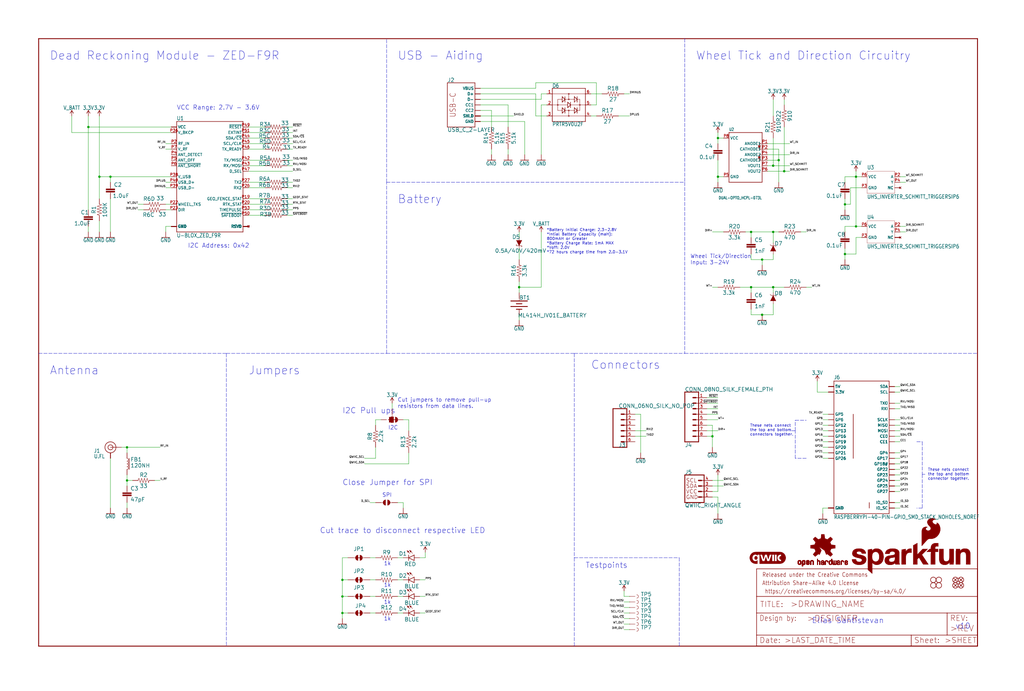
<source format=kicad_sch>
(kicad_sch (version 20211123) (generator eeschema)
  (paper "User" 470.967 317.906)
  (lib_symbols
    (symbol "eagleSchem-eagle-import:0.1UF-0402-10V-10%-X7R"
      (property "Reference" "C" (at 1.524 2.921 0))
      (property "Value" "0.1UF-0402-10V-10%-X7R" (at 1.524 -2.159 0))
      (symbol "0.1UF-0402-10V-10%-X7R_1_0"
        (pin passive line (at 0 5.08 270) (length 2.54) (name "1") (number "1"))
        (pin passive line (at 0 -2.54 90) (length 2.54) (name "2") (number "2"))
      )
    )
    (symbol "eagleSchem-eagle-import:1.0NF{slash}1000PF-0402-25V-10%-X7R"
      (property "Reference" "C" (at 1.524 2.921 0))
      (property "Value" "1.0NF{slash}1000PF-0402-25V-10%-X7R" (at 1.524 -2.159 0))
      (symbol "1.0NF{slash}1000PF-0402-25V-10%-X7R_1_0"
        (pin passive line (at 0 5.08 270) (length 2.54) (name "1") (number "1"))
        (pin passive line (at 0 -2.54 90) (length 2.54) (name "2") (number "2"))
      )
    )
    (symbol "eagleSchem-eagle-import:1.0UF-0402-16V-10%"
      (property "Reference" "C" (at 1.524 2.921 0))
      (property "Value" "1.0UF-0402-16V-10%" (at 1.524 -2.159 0))
      (symbol "1.0UF-0402-16V-10%_1_0"
        (pin passive line (at 0 5.08 270) (length 2.54) (name "1") (number "1"))
        (pin passive line (at 0 -2.54 90) (length 2.54) (name "2") (number "2"))
      )
    )
    (symbol "eagleSchem-eagle-import:100KOHM-0402-1{slash}16W-1%"
      (property "Reference" "R" (at 0 1.524 0))
      (property "Value" "100KOHM-0402-1{slash}16W-1%" (at 0 -1.524 0))
      (symbol "100KOHM-0402-1{slash}16W-1%_1_0"
        (pin passive line (at -5.08 0 0) (length 2.54) (name "1") (number "1"))
        (pin passive line (at 5.08 0 180) (length 2.54) (name "2") (number "2"))
      )
    )
    (symbol "eagleSchem-eagle-import:1KOHM-0603-1{slash}10W-1%"
      (property "Reference" "R" (at 0 1.524 0))
      (property "Value" "1KOHM-0603-1{slash}10W-1%" (at 0 -1.524 0))
      (symbol "1KOHM-0603-1{slash}10W-1%_1_0"
        (pin passive line (at -5.08 0 0) (length 2.54) (name "1") (number "1"))
        (pin passive line (at 5.08 0 180) (length 2.54) (name "2") (number "2"))
      )
    )
    (symbol "eagleSchem-eagle-import:2.2KOHM-0603-1{slash}10W-1%"
      (property "Reference" "R" (at 0 1.524 0))
      (property "Value" "2.2KOHM-0603-1{slash}10W-1%" (at 0 -1.524 0))
      (symbol "2.2KOHM-0603-1{slash}10W-1%_1_0"
        (pin passive line (at -5.08 0 0) (length 2.54) (name "1") (number "1"))
        (pin passive line (at 5.08 0 180) (length 2.54) (name "2") (number "2"))
      )
    )
    (symbol "eagleSchem-eagle-import:27OHM-0603-1{slash}10W-1%"
      (property "Reference" "R" (at 0 1.524 0))
      (property "Value" "27OHM-0603-1{slash}10W-1%" (at 0 -1.524 0))
      (symbol "27OHM-0603-1{slash}10W-1%_1_0"
        (pin passive line (at -5.08 0 0) (length 2.54) (name "1") (number "1"))
        (pin passive line (at 5.08 0 180) (length 2.54) (name "2") (number "2"))
      )
    )
    (symbol "eagleSchem-eagle-import:3.3KOHM-0603-1{slash}10W-1%"
      (property "Reference" "R" (at 0 1.524 0))
      (property "Value" "3.3KOHM-0603-1{slash}10W-1%" (at 0 -1.524 0))
      (symbol "3.3KOHM-0603-1{slash}10W-1%_1_0"
        (pin passive line (at -5.08 0 0) (length 2.54) (name "1") (number "1"))
        (pin passive line (at 5.08 0 180) (length 2.54) (name "2") (number "2"))
      )
    )
    (symbol "eagleSchem-eagle-import:3.3V" (power)
      (property "Value" "3.3V" (at 0 2.794 0))
      (symbol "3.3V_1_0"
        (pin power_in line (at 0 0 90) (length 2.54) (name "3.3V") (number "1"))
      )
    )
    (symbol "eagleSchem-eagle-import:33OHM-0603-1{slash}10W-1%"
      (property "Reference" "R" (at 0 1.524 0))
      (property "Value" "33OHM-0603-1{slash}10W-1%" (at 0 -1.524 0))
      (symbol "33OHM-0603-1{slash}10W-1%_1_0"
        (pin passive line (at -5.08 0 0) (length 2.54) (name "1") (number "1"))
        (pin passive line (at 5.08 0 180) (length 2.54) (name "2") (number "2"))
      )
    )
    (symbol "eagleSchem-eagle-import:33OHM_RA-1206-1{slash}16W-5%"
      (property "Reference" "R" (at 0 1.524 0))
      (property "Value" "33OHM_RA-1206-1{slash}16W-5%" (at 0 -1.524 0))
      (symbol "33OHM_RA-1206-1{slash}16W-5%_1_0"
        (pin passive line (at -5.08 0 0) (length 2.54) (name "1") (number "P1"))
        (pin passive line (at 5.08 0 180) (length 2.54) (name "2") (number "P8"))
      )
      (symbol "33OHM_RA-1206-1{slash}16W-5%_2_0"
        (pin passive line (at -5.08 0 0) (length 2.54) (name "1") (number "P2"))
        (pin passive line (at 5.08 0 180) (length 2.54) (name "2") (number "P7"))
      )
      (symbol "33OHM_RA-1206-1{slash}16W-5%_3_0"
        (pin passive line (at -5.08 0 0) (length 2.54) (name "1") (number "P3"))
        (pin passive line (at 5.08 0 180) (length 2.54) (name "2") (number "P6"))
      )
      (symbol "33OHM_RA-1206-1{slash}16W-5%_4_0"
        (pin passive line (at -5.08 0 0) (length 2.54) (name "1") (number "P4"))
        (pin passive line (at 5.08 0 180) (length 2.54) (name "2") (number "P5"))
      )
    )
    (symbol "eagleSchem-eagle-import:470OHM-0603-1{slash}10W-1%"
      (property "Reference" "R" (at 0 1.524 0))
      (property "Value" "470OHM-0603-1{slash}10W-1%" (at 0 -1.524 0))
      (symbol "470OHM-0603-1{slash}10W-1%_1_0"
        (pin passive line (at -5.08 0 0) (length 2.54) (name "1") (number "1"))
        (pin passive line (at 5.08 0 180) (length 2.54) (name "2") (number "2"))
      )
    )
    (symbol "eagleSchem-eagle-import:47PF-0402-25V-5%-X7R"
      (property "Reference" "C" (at 1.524 2.921 0))
      (property "Value" "47PF-0402-25V-5%-X7R" (at 1.524 -2.159 0))
      (symbol "47PF-0402-25V-5%-X7R_1_0"
        (pin passive line (at 0 5.08 270) (length 2.54) (name "1") (number "1"))
        (pin passive line (at 0 -2.54 90) (length 2.54) (name "2") (number "2"))
      )
    )
    (symbol "eagleSchem-eagle-import:5.1KOHM-0402-1{slash}16W-1%"
      (property "Reference" "R" (at 0 1.524 0))
      (property "Value" "5.1KOHM-0402-1{slash}16W-1%" (at 0 -1.524 0))
      (symbol "5.1KOHM-0402-1{slash}16W-1%_1_0"
        (pin passive line (at -5.08 0 0) (length 2.54) (name "1") (number "1"))
        (pin passive line (at 5.08 0 180) (length 2.54) (name "2") (number "2"))
      )
    )
    (symbol "eagleSchem-eagle-import:910OHM-0603-1{slash}10W-5%"
      (property "Reference" "R" (at 0 1.524 0))
      (property "Value" "910OHM-0603-1{slash}10W-5%" (at 0 -1.524 0))
      (symbol "910OHM-0603-1{slash}10W-5%_1_0"
        (pin passive line (at -5.08 0 0) (length 2.54) (name "1") (number "1"))
        (pin passive line (at 5.08 0 180) (length 2.54) (name "2") (number "2"))
      )
    )
    (symbol "eagleSchem-eagle-import:CONN_06NO_SILK_NO_POP"
      (property "Reference" "J" (at -5.08 10.668 0))
      (property "Value" "CONN_06NO_SILK_NO_POP" (at -5.08 -9.906 0))
      (symbol "CONN_06NO_SILK_NO_POP_1_0"
        (pin passive line (at 5.08 -5.08 180) (length 5.08) (name "1") (number "1"))
        (pin passive line (at 5.08 -2.54 180) (length 5.08) (name "2") (number "2"))
        (pin passive line (at 5.08 0 180) (length 5.08) (name "3") (number "3"))
        (pin passive line (at 5.08 2.54 180) (length 5.08) (name "4") (number "4"))
        (pin passive line (at 5.08 5.08 180) (length 5.08) (name "5") (number "5"))
        (pin passive line (at 5.08 7.62 180) (length 5.08) (name "6") (number "6"))
      )
    )
    (symbol "eagleSchem-eagle-import:CONN_08NO_SILK_FEMALE_PTH"
      (property "Reference" "J" (at -5.08 13.208 0))
      (property "Value" "CONN_08NO_SILK_FEMALE_PTH" (at -5.08 -12.446 0))
      (symbol "CONN_08NO_SILK_FEMALE_PTH_1_0"
        (pin passive line (at 5.08 -7.62 180) (length 5.08) (name "1") (number "1"))
        (pin passive line (at 5.08 -5.08 180) (length 5.08) (name "2") (number "2"))
        (pin passive line (at 5.08 -2.54 180) (length 5.08) (name "3") (number "3"))
        (pin passive line (at 5.08 0 180) (length 5.08) (name "4") (number "4"))
        (pin passive line (at 5.08 2.54 180) (length 5.08) (name "5") (number "5"))
        (pin passive line (at 5.08 5.08 180) (length 5.08) (name "6") (number "6"))
        (pin passive line (at 5.08 7.62 180) (length 5.08) (name "7") (number "7"))
        (pin passive line (at 5.08 10.16 180) (length 5.08) (name "8") (number "8"))
      )
    )
    (symbol "eagleSchem-eagle-import:DIODE-SCHOTTKY-PMEG4005EJ"
      (property "Reference" "D" (at -2.54 2.032 0))
      (property "Value" "DIODE-SCHOTTKY-PMEG4005EJ" (at -2.54 -2.032 0))
      (symbol "DIODE-SCHOTTKY-PMEG4005EJ_1_0"
        (pin passive line (at -2.54 0 0) (length 0) (name "A") (number "A"))
        (pin passive line (at 2.54 0 180) (length 0) (name "C") (number "C"))
      )
    )
    (symbol "eagleSchem-eagle-import:DIODE-ZENER-BZX84C15LT3G"
      (property "Reference" "D" (at -2.54 2.032 0))
      (property "Value" "DIODE-ZENER-BZX84C15LT3G" (at -2.54 -2.032 0))
      (symbol "DIODE-ZENER-BZX84C15LT3G_1_0"
        (pin passive line (at -2.54 0 0) (length 0) (name "A") (number "1"))
        (pin passive line (at 2.54 0 180) (length 0) (name "C") (number "3"))
      )
    )
    (symbol "eagleSchem-eagle-import:DUAL-OPTO_HCPL-073L"
      (property "Reference" "U" (at -7.62 10.922 0))
      (property "Value" "DUAL-OPTO_HCPL-073L" (at -7.62 -15.24 0))
      (symbol "DUAL-OPTO_HCPL-073L_1_0"
        (pin input line (at 10.16 5.08 180) (length 2.54) (name "ANODE1") (number "P1"))
        (pin input line (at 10.16 2.54 180) (length 2.54) (name "CATHODE1") (number "P2"))
        (pin input line (at 10.16 -2.54 180) (length 2.54) (name "CATHODE2") (number "P3"))
        (pin input line (at 10.16 0 180) (length 2.54) (name "ANODE2") (number "P4"))
        (pin power_in line (at -10.16 -10.16 0) (length 2.54) (name "GND") (number "P5"))
        (pin output line (at 10.16 -7.62 180) (length 2.54) (name "VOUT2") (number "P6"))
        (pin output line (at 10.16 -5.08 180) (length 2.54) (name "VOUT1") (number "P7"))
        (pin power_in line (at -10.16 7.62 0) (length 2.54) (name "VCC") (number "P8"))
      )
    )
    (symbol "eagleSchem-eagle-import:FERRITE_BEAD_GNSS"
      (property "Reference" "FB" (at 1.27 2.54 0))
      (property "Value" "FERRITE_BEAD_GNSS" (at 1.27 -2.54 0))
      (symbol "FERRITE_BEAD_GNSS_1_0"
        (pin passive line (at 0 5.08 270) (length 2.54) (name "1") (number "P1"))
        (pin passive line (at 0 -5.08 90) (length 2.54) (name "2") (number "P2"))
      )
    )
    (symbol "eagleSchem-eagle-import:FIDUCIALUFIDUCIAL")
    (symbol "eagleSchem-eagle-import:FRAME-LEDGER"
      (symbol "FRAME-LEDGER_2_0"
        (text " https://creativecommons.org/licenses/by-sa/4.0/" (at 2.54 24.13 0) (effects (font (size 1.9304 1.6408)) (justify left bottom)))
        (text ">DESIGNER" (at 23.114 11.176 0) (effects (font (size 2.7432 2.7432)) (justify left bottom)))
        (text ">DRAWING_NAME" (at 15.494 17.78 0) (effects (font (size 2.7432 2.7432)) (justify left bottom)))
        (text ">LAST_DATE_TIME" (at 12.7 1.27 0) (effects (font (size 2.54 2.54)) (justify left bottom)))
        (text ">REV" (at 88.9 6.604 0) (effects (font (size 2.7432 2.7432)) (justify left bottom)))
        (text ">SHEET" (at 86.36 1.27 0) (effects (font (size 2.54 2.54)) (justify left bottom)))
        (text "Attribution Share-Alike 4.0 License" (at 2.54 27.94 0) (effects (font (size 1.9304 1.6408)) (justify left bottom)))
        (text "Date:" (at 1.27 1.27 0) (effects (font (size 2.54 2.54)) (justify left bottom)))
        (text "Design by:" (at 1.27 11.43 0) (effects (font (size 2.54 2.159)) (justify left bottom)))
        (text "Released under the Creative Commons" (at 2.54 31.75 0) (effects (font (size 1.9304 1.6408)) (justify left bottom)))
        (text "REV:" (at 88.9 11.43 0) (effects (font (size 2.54 2.54)) (justify left bottom)))
        (text "Sheet:" (at 72.39 1.27 0) (effects (font (size 2.54 2.54)) (justify left bottom)))
        (text "TITLE:" (at 1.524 17.78 0) (effects (font (size 2.54 2.54)) (justify left bottom)))
      )
    )
    (symbol "eagleSchem-eagle-import:GND" (power)
      (property "Value" "GND" (at 0 -0.254 0))
      (symbol "GND_1_0"
        (pin power_in line (at 0 2.54 270) (length 2.54) (name "GND") (number "1"))
      )
    )
    (symbol "eagleSchem-eagle-import:JUMPER-SMT_2_NC_TRACE_SILK"
      (property "Reference" "JP" (at -2.54 2.54 0))
      (property "Value" "JUMPER-SMT_2_NC_TRACE_SILK" (at -2.54 -2.54 0))
      (symbol "JUMPER-SMT_2_NC_TRACE_SILK_1_0"
        (pin passive line (at -5.08 0 0) (length 2.54) (name "1") (number "1"))
        (pin passive line (at 5.08 0 180) (length 2.54) (name "2") (number "2"))
      )
    )
    (symbol "eagleSchem-eagle-import:JUMPER-SMT_2_NO_SILK"
      (property "Reference" "JP" (at -2.54 2.54 0))
      (property "Value" "JUMPER-SMT_2_NO_SILK" (at -2.54 -2.54 0))
      (symbol "JUMPER-SMT_2_NO_SILK_1_0"
        (pin passive line (at -5.08 0 0) (length 2.54) (name "1") (number "1"))
        (pin passive line (at 5.08 0 180) (length 2.54) (name "2") (number "2"))
      )
    )
    (symbol "eagleSchem-eagle-import:JUMPER-SMT_3_2-NC_TRACE_SILK"
      (property "Reference" "JP" (at 2.54 0.381 0))
      (property "Value" "JUMPER-SMT_3_2-NC_TRACE_SILK" (at 2.54 -0.381 0))
      (symbol "JUMPER-SMT_3_2-NC_TRACE_SILK_1_0"
        (pin passive line (at 0 5.08 270) (length 2.54) (name "1") (number "1"))
        (pin passive line (at -5.08 0 0) (length 2.54) (name "2") (number "2"))
        (pin passive line (at 0 -5.08 90) (length 2.54) (name "3") (number "3"))
      )
    )
    (symbol "eagleSchem-eagle-import:LED-BLUE0603"
      (property "Reference" "D" (at -3.429 -4.572 90))
      (property "Value" "LED-BLUE0603" (at 1.905 -4.572 90))
      (symbol "LED-BLUE0603_1_0"
        (pin passive line (at 0 2.54 270) (length 2.54) (name "A") (number "A"))
        (pin passive line (at 0 -5.08 90) (length 2.54) (name "C") (number "C"))
      )
    )
    (symbol "eagleSchem-eagle-import:LED-RED0603"
      (property "Reference" "D" (at -3.429 -4.572 90))
      (property "Value" "LED-RED0603" (at 1.905 -4.572 90))
      (symbol "LED-RED0603_1_0"
        (pin passive line (at 0 2.54 270) (length 2.54) (name "A") (number "A"))
        (pin passive line (at 0 -5.08 90) (length 2.54) (name "C") (number "C"))
      )
    )
    (symbol "eagleSchem-eagle-import:ML414H_IV01E_BATTERY"
      (property "Reference" "BT" (at 0 4.318 0))
      (property "Value" "ML414H_IV01E_BATTERY" (at 0 -4.318 0))
      (symbol "ML414H_IV01E_BATTERY_1_0"
        (pin power_in line (at -5.08 0 0) (length 2.54) (name "+") (number "+"))
        (pin power_in line (at 5.08 0 180) (length 2.54) (name "-") (number "-"))
      )
    )
    (symbol "eagleSchem-eagle-import:OSHW-LOGOM")
    (symbol "eagleSchem-eagle-import:PRTR5V0U2F"
      (property "Reference" "D" (at -7.62 7.874 0))
      (property "Value" "PRTR5V0U2F" (at -7.62 -7.874 0))
      (symbol "PRTR5V0U2F_1_0"
        (pin bidirectional line (at -10.16 5.08 0) (length 2.54) (name "1") (number "1"))
        (pin bidirectional line (at -10.16 0 0) (length 2.54) (name "2") (number "2"))
        (pin bidirectional line (at -10.16 -5.08 0) (length 2.54) (name "3") (number "3"))
        (pin bidirectional line (at 10.16 -5.08 180) (length 2.54) (name "4") (number "4"))
        (pin bidirectional line (at 10.16 0 180) (length 2.54) (name "5") (number "5"))
        (pin bidirectional line (at 10.16 5.08 180) (length 2.54) (name "6") (number "6"))
      )
    )
    (symbol "eagleSchem-eagle-import:QWIIC_CONNECTORJS-1MM"
      (property "Reference" "J" (at -5.08 7.874 0))
      (property "Value" "QWIIC_CONNECTORJS-1MM" (at -5.08 -5.334 0))
      (symbol "QWIIC_CONNECTORJS-1MM_1_0"
        (text "GND" (at -4.572 -2.54 0) (effects (font (size 1.778 1.778)) (justify left)))
        (text "SCL" (at -4.572 5.08 0) (effects (font (size 1.778 1.778)) (justify left)))
        (text "SDA" (at -4.572 2.54 0) (effects (font (size 1.778 1.778)) (justify left)))
        (text "VCC" (at -4.572 0 0) (effects (font (size 1.778 1.778)) (justify left)))
        (pin power_in line (at 7.62 -2.54 180) (length 5.08) (name "1") (number "1"))
        (pin power_in line (at 7.62 0 180) (length 5.08) (name "2") (number "2"))
        (pin passive line (at 7.62 2.54 180) (length 5.08) (name "3") (number "3"))
        (pin passive line (at 7.62 5.08 180) (length 5.08) (name "4") (number "4"))
      )
    )
    (symbol "eagleSchem-eagle-import:QWIIC_LOGO_5MM")
    (symbol "eagleSchem-eagle-import:RASPBERRYPI-40-PIN-GPIO_SMD_STACK_NOHOLES_NOREF"
      (property "Reference" "J" (at -12.7 28.702 0))
      (property "Value" "RASPBERRYPI-40-PIN-GPIO_SMD_STACK_NOHOLES_NOREF" (at -12.7 -35.56 0))
      (symbol "RASPBERRYPI-40-PIN-GPIO_SMD_STACK_NOHOLES_NOREF_1_0"
        (pin power_in line (at -15.24 22.86 0) (length 2.54) (name "3.3V") (number "1"))
        (pin input line (at 15.24 15.24 180) (length 2.54) (name "RXI") (number "10"))
        (pin input line (at 15.24 15.24 180) (length 2.54) (name "RXI") (number "10B"))
        (pin bidirectional line (at 15.24 -7.62 180) (length 2.54) (name "GP17") (number "11"))
        (pin bidirectional line (at 15.24 -7.62 180) (length 2.54) (name "GP17") (number "11B"))
        (pin bidirectional line (at 15.24 -10.16 180) (length 2.54) (name "GP18#") (number "12"))
        (pin bidirectional line (at 15.24 -10.16 180) (length 2.54) (name "GP18#") (number "12B"))
        (pin bidirectional line (at 15.24 -22.86 180) (length 2.54) (name "GP27") (number "13"))
        (pin bidirectional line (at 15.24 -22.86 180) (length 2.54) (name "GP27") (number "13B"))
        (pin power_in line (at -15.24 -30.48 0) (length 2.54) (name "GND") (number "14"))
        (pin power_in line (at -15.24 -30.48 0) (length 2.54) (name "GND") (number "14B"))
        (pin bidirectional line (at 15.24 -12.7 180) (length 2.54) (name "GP22") (number "15"))
        (pin bidirectional line (at 15.24 -12.7 180) (length 2.54) (name "GP22") (number "15B"))
        (pin bidirectional line (at 15.24 -15.24 180) (length 2.54) (name "GP23") (number "16"))
        (pin bidirectional line (at 15.24 -15.24 180) (length 2.54) (name "GP23") (number "16B"))
        (pin power_in line (at -15.24 22.86 0) (length 2.54) (name "3.3V") (number "17"))
        (pin power_in line (at -15.24 22.86 0) (length 2.54) (name "3.3V") (number "17B"))
        (pin bidirectional line (at 15.24 -17.78 180) (length 2.54) (name "GP24") (number "18"))
        (pin bidirectional line (at 15.24 -17.78 180) (length 2.54) (name "GP24") (number "18B"))
        (pin output line (at 15.24 5.08 180) (length 2.54) (name "MOSI") (number "19"))
        (pin output line (at 15.24 5.08 180) (length 2.54) (name "MOSI") (number "19B"))
        (pin power_in line (at -15.24 22.86 0) (length 2.54) (name "3.3V") (number "1B"))
        (pin power_in line (at -15.24 25.4 0) (length 2.54) (name "5V") (number "2"))
        (pin power_in line (at -15.24 -30.48 0) (length 2.54) (name "GND") (number "20"))
        (pin power_in line (at -15.24 -30.48 0) (length 2.54) (name "GND") (number "20B"))
        (pin input line (at 15.24 7.62 180) (length 2.54) (name "MISO") (number "21"))
        (pin input line (at 15.24 7.62 180) (length 2.54) (name "MISO") (number "21B"))
        (pin bidirectional line (at 15.24 -20.32 180) (length 2.54) (name "GP25") (number "22"))
        (pin bidirectional line (at 15.24 -20.32 180) (length 2.54) (name "GP25") (number "22B"))
        (pin output line (at 15.24 10.16 180) (length 2.54) (name "SCLK") (number "23"))
        (pin output line (at 15.24 10.16 180) (length 2.54) (name "SCLK") (number "23B"))
        (pin output line (at 15.24 2.54 180) (length 2.54) (name "CE0") (number "24"))
        (pin output line (at 15.24 2.54 180) (length 2.54) (name "CE0") (number "24B"))
        (pin power_in line (at -15.24 -30.48 0) (length 2.54) (name "GND") (number "25"))
        (pin power_in line (at -15.24 -30.48 0) (length 2.54) (name "GND") (number "25B"))
        (pin output line (at 15.24 0 180) (length 2.54) (name "CE1") (number "26"))
        (pin output line (at 15.24 0 180) (length 2.54) (name "CE1") (number "26B"))
        (pin bidirectional line (at 15.24 -27.94 180) (length 2.54) (name "ID_SD") (number "27"))
        (pin bidirectional line (at 15.24 -27.94 180) (length 2.54) (name "ID_SD") (number "27B"))
        (pin bidirectional line (at 15.24 -30.48 180) (length 2.54) (name "ID_SC") (number "28"))
        (pin bidirectional line (at 15.24 -30.48 180) (length 2.54) (name "ID_SC") (number "28B"))
        (pin bidirectional line (at -15.24 12.7 0) (length 2.54) (name "GP5") (number "29"))
        (pin bidirectional line (at -15.24 12.7 0) (length 2.54) (name "GP5") (number "29B"))
        (pin power_in line (at -15.24 25.4 0) (length 2.54) (name "5V") (number "2B"))
        (pin bidirectional line (at 15.24 25.4 180) (length 2.54) (name "SDA") (number "3"))
        (pin power_in line (at -15.24 -30.48 0) (length 2.54) (name "GND") (number "30"))
        (pin power_in line (at -15.24 -30.48 0) (length 2.54) (name "GND") (number "30B"))
        (pin bidirectional line (at -15.24 10.16 0) (length 2.54) (name "GP6") (number "31"))
        (pin bidirectional line (at -15.24 10.16 0) (length 2.54) (name "GP6") (number "31B"))
        (pin bidirectional line (at -15.24 7.62 0) (length 2.54) (name "GP12") (number "32"))
        (pin bidirectional line (at -15.24 7.62 0) (length 2.54) (name "GP12") (number "32B"))
        (pin bidirectional line (at -15.24 5.08 0) (length 2.54) (name "GP13") (number "33"))
        (pin bidirectional line (at -15.24 5.08 0) (length 2.54) (name "GP13") (number "33B"))
        (pin power_in line (at -15.24 -30.48 0) (length 2.54) (name "GND") (number "34"))
        (pin power_in line (at -15.24 -30.48 0) (length 2.54) (name "GND") (number "34B"))
        (pin bidirectional line (at -15.24 0 0) (length 2.54) (name "GP19") (number "35"))
        (pin bidirectional line (at -15.24 0 0) (length 2.54) (name "GP19") (number "35B"))
        (pin bidirectional line (at -15.24 2.54 0) (length 2.54) (name "GP16") (number "36"))
        (pin bidirectional line (at -15.24 2.54 0) (length 2.54) (name "GP16") (number "36B"))
        (pin bidirectional line (at -15.24 -7.62 0) (length 2.54) (name "GP26") (number "37"))
        (pin bidirectional line (at -15.24 -7.62 0) (length 2.54) (name "GP26") (number "37B"))
        (pin bidirectional line (at -15.24 -2.54 0) (length 2.54) (name "GP20") (number "38"))
        (pin bidirectional line (at -15.24 -2.54 0) (length 2.54) (name "GP20") (number "38B"))
        (pin power_in line (at -15.24 -30.48 0) (length 2.54) (name "GND") (number "39"))
        (pin power_in line (at -15.24 -30.48 0) (length 2.54) (name "GND") (number "39B"))
        (pin bidirectional line (at 15.24 25.4 180) (length 2.54) (name "SDA") (number "3B"))
        (pin power_in line (at -15.24 25.4 0) (length 2.54) (name "5V") (number "4"))
        (pin bidirectional line (at -15.24 -5.08 0) (length 2.54) (name "GP21") (number "40"))
        (pin bidirectional line (at -15.24 -5.08 0) (length 2.54) (name "GP21") (number "40B"))
        (pin power_in line (at -15.24 25.4 0) (length 2.54) (name "5V") (number "4B"))
        (pin bidirectional line (at 15.24 22.86 180) (length 2.54) (name "SCL") (number "5"))
        (pin bidirectional line (at 15.24 22.86 180) (length 2.54) (name "SCL") (number "5B"))
        (pin power_in line (at -15.24 -30.48 0) (length 2.54) (name "GND") (number "6"))
        (pin power_in line (at -15.24 -30.48 0) (length 2.54) (name "GND") (number "6B"))
        (pin bidirectional line (at 15.24 -5.08 180) (length 2.54) (name "GP4") (number "7"))
        (pin bidirectional line (at 15.24 -5.08 180) (length 2.54) (name "GP4") (number "7B"))
        (pin output line (at 15.24 17.78 180) (length 2.54) (name "TXO") (number "8"))
        (pin output line (at 15.24 17.78 180) (length 2.54) (name "TXO") (number "8B"))
        (pin power_in line (at -15.24 -30.48 0) (length 2.54) (name "GND") (number "9"))
        (pin power_in line (at -15.24 -30.48 0) (length 2.54) (name "GND") (number "9B"))
      )
    )
    (symbol "eagleSchem-eagle-import:SFE_LOGO_NAME_FLAME.2_INCH")
    (symbol "eagleSchem-eagle-import:STAND-OFFTIGHT")
    (symbol "eagleSchem-eagle-import:TEST-POINT3X4"
      (property "Reference" "TP" (at -2.54 2.54 0))
      (property "Value" "TEST-POINT3X4" (at -2.54 -2.54 0))
      (symbol "TEST-POINT3X4_1_0"
        (pin bidirectional line (at 0 0 180) (length 0) (name "1") (number "P$1"))
      )
    )
    (symbol "eagleSchem-eagle-import:U-BLOX_ZED_F9R"
      (property "Reference" "U" (at -15.24 25.908 0))
      (property "Value" "U-BLOX_ZED_F9R" (at -15.24 -27.94 0))
      (symbol "U-BLOX_ZED_F9R_1_0"
        (pin power_in line (at -17.78 -22.86 0) (length 2.54) (name "GND") (number "G1"))
        (pin power_in line (at -17.78 -22.86 0) (length 2.54) (name "GND") (number "G10"))
        (pin power_in line (at -17.78 -22.86 0) (length 2.54) (name "GND") (number "G11"))
        (pin power_in line (at -17.78 -22.86 0) (length 2.54) (name "GND") (number "G12"))
        (pin power_in line (at -17.78 -22.86 0) (length 2.54) (name "GND") (number "G13"))
        (pin power_in line (at -17.78 -22.86 0) (length 2.54) (name "GND") (number "G14"))
        (pin power_in line (at -17.78 -22.86 0) (length 2.54) (name "GND") (number "G15"))
        (pin power_in line (at -17.78 -22.86 0) (length 2.54) (name "GND") (number "G16"))
        (pin power_in line (at -17.78 -22.86 0) (length 2.54) (name "GND") (number "G17"))
        (pin power_in line (at -17.78 -22.86 0) (length 2.54) (name "GND") (number "G18"))
        (pin power_in line (at -17.78 -22.86 0) (length 2.54) (name "GND") (number "G19"))
        (pin power_in line (at -17.78 -22.86 0) (length 2.54) (name "GND") (number "G2"))
        (pin power_in line (at -17.78 -22.86 0) (length 2.54) (name "GND") (number "G20"))
        (pin power_in line (at -17.78 -22.86 0) (length 2.54) (name "GND") (number "G21"))
        (pin power_in line (at -17.78 -22.86 0) (length 2.54) (name "GND") (number "G22"))
        (pin power_in line (at -17.78 -22.86 0) (length 2.54) (name "GND") (number "G23"))
        (pin power_in line (at -17.78 -22.86 0) (length 2.54) (name "GND") (number "G24"))
        (pin power_in line (at -17.78 -22.86 0) (length 2.54) (name "GND") (number "G25"))
        (pin power_in line (at -17.78 -22.86 0) (length 2.54) (name "GND") (number "G26"))
        (pin power_in line (at -17.78 -22.86 0) (length 2.54) (name "GND") (number "G27"))
        (pin power_in line (at -17.78 -22.86 0) (length 2.54) (name "GND") (number "G28"))
        (pin power_in line (at -17.78 -22.86 0) (length 2.54) (name "GND") (number "G29"))
        (pin power_in line (at -17.78 -22.86 0) (length 2.54) (name "GND") (number "G3"))
        (pin power_in line (at -17.78 -22.86 0) (length 2.54) (name "GND") (number "G30"))
        (pin power_in line (at -17.78 -22.86 0) (length 2.54) (name "GND") (number "G31"))
        (pin power_in line (at -17.78 -22.86 0) (length 2.54) (name "GND") (number "G32"))
        (pin power_in line (at -17.78 -22.86 0) (length 2.54) (name "GND") (number "G33"))
        (pin power_in line (at -17.78 -22.86 0) (length 2.54) (name "GND") (number "G34"))
        (pin power_in line (at -17.78 -22.86 0) (length 2.54) (name "GND") (number "G35"))
        (pin power_in line (at -17.78 -22.86 0) (length 2.54) (name "GND") (number "G36"))
        (pin power_in line (at -17.78 -22.86 0) (length 2.54) (name "GND") (number "G37"))
        (pin power_in line (at -17.78 -22.86 0) (length 2.54) (name "GND") (number "G38"))
        (pin power_in line (at -17.78 -22.86 0) (length 2.54) (name "GND") (number "G39"))
        (pin power_in line (at -17.78 -22.86 0) (length 2.54) (name "GND") (number "G4"))
        (pin power_in line (at -17.78 -22.86 0) (length 2.54) (name "GND") (number "G40"))
        (pin power_in line (at -17.78 -22.86 0) (length 2.54) (name "GND") (number "G41"))
        (pin power_in line (at -17.78 -22.86 0) (length 2.54) (name "GND") (number "G42"))
        (pin power_in line (at -17.78 -22.86 0) (length 2.54) (name "GND") (number "G43"))
        (pin power_in line (at -17.78 -22.86 0) (length 2.54) (name "GND") (number "G44"))
        (pin power_in line (at -17.78 -22.86 0) (length 2.54) (name "GND") (number "G45"))
        (pin power_in line (at -17.78 -22.86 0) (length 2.54) (name "GND") (number "G46"))
        (pin power_in line (at -17.78 -22.86 0) (length 2.54) (name "GND") (number "G47"))
        (pin power_in line (at -17.78 -22.86 0) (length 2.54) (name "GND") (number "G48"))
        (pin power_in line (at -17.78 -22.86 0) (length 2.54) (name "GND") (number "G5"))
        (pin power_in line (at -17.78 -22.86 0) (length 2.54) (name "GND") (number "G6"))
        (pin power_in line (at -17.78 -22.86 0) (length 2.54) (name "GND") (number "G7"))
        (pin power_in line (at -17.78 -22.86 0) (length 2.54) (name "GND") (number "G8"))
        (pin power_in line (at -17.78 -22.86 0) (length 2.54) (name "GND") (number "G9"))
        (pin power_in line (at -17.78 -22.86 0) (length 2.54) (name "GND") (number "P1"))
        (pin no_connect line (at 17.78 -22.86 180) (length 2.54) (name "RSVD") (number "P10"))
        (pin no_connect line (at 17.78 -22.86 180) (length 2.54) (name "RSVD") (number "P11"))
        (pin power_in line (at -17.78 -22.86 0) (length 2.54) (name "GND") (number "P12"))
        (pin no_connect line (at 17.78 -22.86 180) (length 2.54) (name "RSVD") (number "P13"))
        (pin power_in line (at -17.78 -22.86 0) (length 2.54) (name "GND") (number "P14"))
        (pin no_connect line (at 17.78 -22.86 180) (length 2.54) (name "RSVD") (number "P15"))
        (pin no_connect line (at 17.78 -22.86 180) (length 2.54) (name "RSVD") (number "P16"))
        (pin no_connect line (at 17.78 -22.86 180) (length 2.54) (name "RSVD") (number "P17"))
        (pin no_connect line (at 17.78 -22.86 180) (length 2.54) (name "RSVD") (number "P18"))
        (pin output line (at 17.78 -10.16 180) (length 2.54) (name "GEO_FENCE_STAT") (number "P19"))
        (pin input line (at -17.78 15.24 0) (length 2.54) (name "RF_IN") (number "P2"))
        (pin output line (at 17.78 -12.7 180) (length 2.54) (name "RTK_STAT") (number "P20"))
        (pin no_connect line (at 17.78 -22.86 180) (length 2.54) (name "RSVD") (number "P21"))
        (pin input line (at -17.78 -12.7 0) (length 2.54) (name "WHEEL_TKS") (number "P22"))
        (pin input line (at -17.78 -15.24 0) (length 2.54) (name "DIR") (number "P23"))
        (pin no_connect line (at 17.78 -22.86 180) (length 2.54) (name "RSVD") (number "P24"))
        (pin no_connect line (at 17.78 -22.86 180) (length 2.54) (name "RSVD") (number "P25"))
        (pin input line (at 17.78 -5.08 180) (length 2.54) (name "RX2") (number "P26"))
        (pin output line (at 17.78 -2.54 180) (length 2.54) (name "TX2") (number "P27"))
        (pin no_connect line (at 17.78 -22.86 180) (length 2.54) (name "RSVD") (number "P28"))
        (pin no_connect line (at 17.78 -22.86 180) (length 2.54) (name "RSVD") (number "P29"))
        (pin power_in line (at -17.78 -22.86 0) (length 2.54) (name "GND") (number "P3"))
        (pin no_connect line (at 17.78 -22.86 180) (length 2.54) (name "RSVD") (number "P30"))
        (pin no_connect line (at 17.78 -22.86 180) (length 2.54) (name "RSVD") (number "P31"))
        (pin power_in line (at -17.78 -22.86 0) (length 2.54) (name "GND") (number "P32"))
        (pin power_in line (at -17.78 22.86 0) (length 2.54) (name "VCC") (number "P33"))
        (pin power_in line (at -17.78 22.86 0) (length 2.54) (name "VCC") (number "P34"))
        (pin no_connect line (at 17.78 -22.86 180) (length 2.54) (name "RSVD") (number "P35"))
        (pin power_in line (at -17.78 20.32 0) (length 2.54) (name "V_BKCP") (number "P36"))
        (pin power_in line (at -17.78 -22.86 0) (length 2.54) (name "GND") (number "P37"))
        (pin power_in line (at -17.78 0 0) (length 2.54) (name "V_USB") (number "P38"))
        (pin bidirectional line (at -17.78 -5.08 0) (length 2.54) (name "USB_D-") (number "P39"))
        (pin input line (at -17.78 10.16 0) (length 2.54) (name "ANT_DETECT") (number "P4"))
        (pin bidirectional line (at -17.78 -2.54 0) (length 2.54) (name "USB_D+") (number "P40"))
        (pin power_in line (at -17.78 -22.86 0) (length 2.54) (name "GND") (number "P41"))
        (pin bidirectional line (at 17.78 7.62 180) (length 2.54) (name "TX/MISO") (number "P42"))
        (pin bidirectional line (at 17.78 5.08 180) (length 2.54) (name "RX/MOSI") (number "P43"))
        (pin bidirectional line (at 17.78 17.78 180) (length 2.54) (name "SDA/~{CS}") (number "P44"))
        (pin bidirectional line (at 17.78 15.24 180) (length 2.54) (name "SCL/CLK") (number "P45"))
        (pin bidirectional line (at 17.78 12.7 180) (length 2.54) (name "TX_READY") (number "P46"))
        (pin bidirectional line (at 17.78 2.54 180) (length 2.54) (name "D_SEL") (number "P47"))
        (pin power_in line (at -17.78 -22.86 0) (length 2.54) (name "GND") (number "P48"))
        (pin bidirectional line (at 17.78 22.86 180) (length 2.54) (name "~{RESET}") (number "P49"))
        (pin output line (at -17.78 7.62 0) (length 2.54) (name "ANT_OFF") (number "P5"))
        (pin input line (at 17.78 -17.78 180) (length 2.54) (name "~{SAFEBOOT}") (number "P50"))
        (pin bidirectional line (at 17.78 20.32 180) (length 2.54) (name "EXTINT") (number "P51"))
        (pin no_connect line (at 17.78 -22.86 180) (length 2.54) (name "RSVD") (number "P52"))
        (pin output line (at 17.78 -15.24 180) (length 2.54) (name "TIMEPULSE") (number "P53"))
        (pin no_connect line (at 17.78 -22.86 180) (length 2.54) (name "RSVD") (number "P54"))
        (pin output line (at -17.78 5.08 0) (length 2.54) (name "~{ANT_SHORT}") (number "P6"))
        (pin output line (at -17.78 12.7 0) (length 2.54) (name "V_RF") (number "P7"))
        (pin no_connect line (at 17.78 -22.86 180) (length 2.54) (name "RSVD") (number "P8"))
        (pin no_connect line (at 17.78 -22.86 180) (length 2.54) (name "RSVD") (number "P9"))
      )
    )
    (symbol "eagleSchem-eagle-import:U.FL2PIN"
      (property "Reference" "J" (at 2.54 -5.08 0))
      (property "Value" "U.FL2PIN" (at 2.54 -7.62 0))
      (symbol "U.FL2PIN_1_0"
        (pin bidirectional line (at 0 -5.08 90) (length 2.54) (name "GND") (number "1"))
        (pin bidirectional line (at 0 -5.08 90) (length 2.54) (name "GND") (number "2"))
        (pin bidirectional line (at 5.08 0 180) (length 5.08) (name "SIGNAL") (number "FEED"))
      )
    )
    (symbol "eagleSchem-eagle-import:UHS_INVERTER_SCHMITT_TRIGGERSIP6"
      (property "Reference" "U" (at -2.54 5.842 0))
      (property "Value" "UHS_INVERTER_SCHMITT_TRIGGERSIP6" (at -2.54 -7.62 0))
      (symbol "UHS_INVERTER_SCHMITT_TRIGGERSIP6_1_0"
        (pin no_connect line (at 12.7 -2.54 180) (length 2.54) (name "NC") (number "P1"))
        (pin bidirectional line (at 12.7 2.54 180) (length 2.54) (name "A") (number "P2"))
        (pin power_in line (at -5.08 -2.54 0) (length 2.54) (name "GND") (number "P3"))
        (pin bidirectional line (at 12.7 0 180) (length 2.54) (name "Y") (number "P4"))
        (pin no_connect line (at 12.7 -2.54 180) (length 2.54) (name "NC") (number "P5"))
        (pin power_in line (at -5.08 2.54 0) (length 2.54) (name "VCC") (number "P6"))
      )
    )
    (symbol "eagleSchem-eagle-import:USB_C_2-LAYER"
      (property "Reference" "J" (at -2.54 10.414 0))
      (property "Value" "USB_C_2-LAYER" (at -2.54 -12.446 0))
      (symbol "USB_C_2-LAYER_1_0"
        (text "USB-C" (at 0 0 900) (effects (font (size 2.54 2.159))))
        (pin bidirectional line (at 12.7 0 180) (length 2.54) (name "CC1") (number "A5"))
        (pin bidirectional line (at 12.7 5.08 180) (length 2.54) (name "D+") (number "A6"))
        (pin bidirectional line (at 12.7 2.54 180) (length 2.54) (name "D-") (number "A7"))
        (pin bidirectional line (at 12.7 -2.54 180) (length 2.54) (name "CC2") (number "B5"))
        (pin bidirectional line (at 12.7 5.08 180) (length 2.54) (name "D+") (number "B6"))
        (pin bidirectional line (at 12.7 2.54 180) (length 2.54) (name "D-") (number "B7"))
        (pin bidirectional line (at 12.7 -7.62 180) (length 2.54) (name "GND") (number "GND"))
        (pin bidirectional line (at 12.7 -7.62 180) (length 2.54) (name "GND") (number "GND2"))
        (pin bidirectional line (at 12.7 -5.08 180) (length 2.54) (name "SHLD") (number "SHLD1"))
        (pin bidirectional line (at 12.7 -5.08 180) (length 2.54) (name "SHLD") (number "SHLD2"))
        (pin bidirectional line (at 12.7 -5.08 180) (length 2.54) (name "SHLD") (number "SHLD3"))
        (pin bidirectional line (at 12.7 -5.08 180) (length 2.54) (name "SHLD") (number "SHLD4"))
        (pin bidirectional line (at 12.7 -5.08 180) (length 2.54) (name "SHLD") (number "SHLD5"))
        (pin bidirectional line (at 12.7 -5.08 180) (length 2.54) (name "SHLD") (number "SHLD6"))
        (pin bidirectional line (at 12.7 -5.08 180) (length 2.54) (name "SHLD") (number "SHLD7"))
        (pin bidirectional line (at 12.7 -5.08 180) (length 2.54) (name "SHLD") (number "SHLD8"))
        (pin bidirectional line (at 12.7 7.62 180) (length 2.54) (name "VBUS") (number "VBUS1"))
        (pin bidirectional line (at 12.7 7.62 180) (length 2.54) (name "VBUS") (number "VBUS2"))
      )
    )
    (symbol "eagleSchem-eagle-import:V_BATT" (power)
      (property "Value" "V_BATT" (at 0 2.794 0))
      (symbol "V_BATT_1_0"
        (pin power_in line (at 0 0 90) (length 2.54) (name "V_BATT") (number "1"))
      )
    )
  )
  (junction (at 50.8 81.28))
  (junction (at 388.62 93.98))
  (junction (at 345.44 132.08))
  (junction (at 358.14 73.66))
  (junction (at 157.48 266.7))
  (junction (at 350.52 119.38))
  (junction (at 393.7 104.14))
  (junction (at 330.2 63.5))
  (junction (at 238.76 132.08))
  (junction (at 388.62 116.84))
  (junction (at 350.52 144.78))
  (junction (at 355.6 76.2))
  (junction (at 45.72 81.28))
  (junction (at 58.42 220.98))
  (junction (at 355.6 132.08))
  (junction (at 355.6 106.68))
  (junction (at 345.44 106.68))
  (junction (at 157.48 281.94))
  (junction (at 327.66 200.66))
  (junction (at 393.7 81.28))
  (junction (at 330.2 81.28))
  (junction (at 360.68 78.74))
  (junction (at 40.64 58.42))
  (junction (at 157.48 274.32))
  (junction (at 58.42 205.74))
  (wire (pts (xy 345.44 116.84) (xy 345.44 119.38)))
  (wire (pts (xy 121.92 76.2) (xy 114.3 76.2)))
  (wire (pts (xy 355.6 111.76) (xy 355.6 106.68)))
  (wire (pts (xy 50.8 81.28) (xy 45.72 81.28)))
  (polyline (pts (xy 365.76 198.12) (xy 363.22 198.12)))
  (wire (pts (xy 345.44 106.68) (xy 355.6 106.68)))
  (wire (pts (xy 220.98 40.64) (xy 246.38 40.64)))
  (wire (pts (xy 411.48 177.8) (xy 414.02 177.8)))
  (wire (pts (xy 381 203.2) (xy 378.46 203.2)))
  (wire (pts (xy 248.92 43.18) (xy 251.46 43.18)))
  (wire (pts (xy 193.04 274.32) (xy 195.58 274.32)))
  (wire (pts (xy 381 208.28) (xy 378.46 208.28)))
  (polyline (pts (xy 314.96 162.56) (xy 449.58 162.56)))
  (polyline (pts (xy 424.18 233.68) (xy 421.64 233.68)))
  (wire (pts (xy 220.98 53.34) (xy 236.22 53.34)))
  (wire (pts (xy 381 198.12) (xy 378.46 198.12)))
  (wire (pts (xy 220.98 48.26) (xy 233.68 48.26)))
  (wire (pts (xy 289.56 281.94) (xy 287.02 281.94)))
  (polyline (pts (xy 424.18 218.186) (xy 425.45 218.186)))
  (wire (pts (xy 238.76 132.08) (xy 238.76 129.54)))
  (wire (pts (xy 233.68 48.26) (xy 233.68 58.42)))
  (wire (pts (xy 185.42 231.14) (xy 182.88 231.14)))
  (wire (pts (xy 121.92 93.98) (xy 114.3 93.98)))
  (wire (pts (xy 58.42 218.44) (xy 58.42 220.98)))
  (wire (pts (xy 157.48 256.54) (xy 157.48 266.7)))
  (wire (pts (xy 381 210.82) (xy 378.46 210.82)))
  (wire (pts (xy 248.92 132.08) (xy 248.92 106.68)))
  (wire (pts (xy 251.46 48.26) (xy 248.92 48.26)))
  (wire (pts (xy 274.32 53.34) (xy 271.78 53.34)))
  (wire (pts (xy 411.48 223.52) (xy 414.02 223.52)))
  (wire (pts (xy 353.06 68.58) (xy 358.14 68.58)))
  (polyline (pts (xy 104.14 162.56) (xy 104.14 297.18)))
  (wire (pts (xy 33.02 60.96) (xy 33.02 53.34)))
  (wire (pts (xy 292.1 190.5) (xy 294.64 190.5)))
  (wire (pts (xy 76.2 104.14) (xy 76.2 106.68)))
  (wire (pts (xy 45.72 91.44) (xy 45.72 81.28)))
  (wire (pts (xy 355.6 134.62) (xy 355.6 132.08)))
  (wire (pts (xy 220.98 43.18) (xy 246.38 43.18)))
  (wire (pts (xy 411.48 187.96) (xy 414.02 187.96)))
  (wire (pts (xy 360.68 58.42) (xy 360.68 78.74)))
  (wire (pts (xy 330.2 132.08) (xy 327.66 132.08)))
  (wire (pts (xy 246.38 38.1) (xy 246.38 40.64)))
  (wire (pts (xy 411.48 215.9) (xy 414.02 215.9)))
  (wire (pts (xy 271.78 43.18) (xy 276.86 43.18)))
  (wire (pts (xy 132.08 91.44) (xy 134.62 91.44)))
  (polyline (pts (xy 314.96 17.78) (xy 314.96 83.82)))
  (wire (pts (xy 411.48 185.42) (xy 414.02 185.42)))
  (wire (pts (xy 160.02 274.32) (xy 157.48 274.32)))
  (wire (pts (xy 121.92 60.96) (xy 114.3 60.96)))
  (wire (pts (xy 78.74 104.14) (xy 76.2 104.14)))
  (wire (pts (xy 411.48 195.58) (xy 414.02 195.58)))
  (wire (pts (xy 360.68 78.74) (xy 363.22 78.74)))
  (wire (pts (xy 287.02 287.02) (xy 289.56 287.02)))
  (wire (pts (xy 121.92 99.06) (xy 114.3 99.06)))
  (wire (pts (xy 170.18 274.32) (xy 172.72 274.32)))
  (wire (pts (xy 411.48 200.66) (xy 414.02 200.66)))
  (polyline (pts (xy 177.8 83.82) (xy 314.96 83.82)))
  (polyline (pts (xy 264.16 256.54) (xy 312.42 256.54)))
  (wire (pts (xy 187.96 193.04) (xy 185.42 193.04)))
  (polyline (pts (xy 264.16 162.56) (xy 264.16 256.54)))
  (wire (pts (xy 226.06 58.42) (xy 226.06 50.8)))
  (wire (pts (xy 294.64 190.5) (xy 294.64 208.28)))
  (wire (pts (xy 121.92 68.58) (xy 114.3 68.58)))
  (polyline (pts (xy 424.18 203.2) (xy 424.18 218.186)))
  (wire (pts (xy 241.3 55.88) (xy 220.98 55.88)))
  (wire (pts (xy 330.2 63.5) (xy 330.2 60.96)))
  (wire (pts (xy 330.2 81.28) (xy 330.2 73.66)))
  (wire (pts (xy 132.08 99.06) (xy 134.62 99.06)))
  (wire (pts (xy 132.08 63.5) (xy 134.62 63.5)))
  (wire (pts (xy 172.72 205.74) (xy 172.72 210.82)))
  (wire (pts (xy 58.42 208.28) (xy 58.42 205.74)))
  (wire (pts (xy 325.12 185.42) (xy 330.2 185.42)))
  (wire (pts (xy 345.44 142.24) (xy 345.44 144.78)))
  (wire (pts (xy 132.08 86.36) (xy 134.62 86.36)))
  (wire (pts (xy 393.7 81.28) (xy 388.62 81.28)))
  (wire (pts (xy 411.48 198.12) (xy 414.02 198.12)))
  (wire (pts (xy 195.58 256.54) (xy 193.04 256.54)))
  (wire (pts (xy 185.42 231.14) (xy 185.42 233.68)))
  (wire (pts (xy 78.74 58.42) (xy 40.64 58.42)))
  (wire (pts (xy 160.02 281.94) (xy 157.48 281.94)))
  (wire (pts (xy 238.76 134.62) (xy 238.76 132.08)))
  (wire (pts (xy 381 193.04) (xy 378.46 193.04)))
  (wire (pts (xy 393.7 104.14) (xy 393.7 81.28)))
  (wire (pts (xy 393.7 109.22) (xy 393.7 116.84)))
  (wire (pts (xy 78.74 66.04) (xy 76.2 66.04)))
  (wire (pts (xy 40.64 58.42) (xy 40.64 53.34)))
  (wire (pts (xy 345.44 119.38) (xy 350.52 119.38)))
  (wire (pts (xy 325.12 195.58) (xy 327.66 195.58)))
  (wire (pts (xy 381 205.74) (xy 378.46 205.74)))
  (polyline (pts (xy 370.84 210.82) (xy 365.76 210.82)))
  (wire (pts (xy 157.48 274.32) (xy 157.48 281.94)))
  (wire (pts (xy 391.16 93.98) (xy 388.62 93.98)))
  (wire (pts (xy 355.6 132.08) (xy 360.68 132.08)))
  (wire (pts (xy 388.62 114.3) (xy 388.62 116.84)))
  (wire (pts (xy 121.92 66.04) (xy 114.3 66.04)))
  (wire (pts (xy 411.48 213.36) (xy 414.02 213.36)))
  (wire (pts (xy 66.04 93.98) (xy 63.5 93.98)))
  (wire (pts (xy 287.02 279.4) (xy 289.56 279.4)))
  (wire (pts (xy 121.92 73.66) (xy 114.3 73.66)))
  (wire (pts (xy 411.48 231.14) (xy 414.02 231.14)))
  (polyline (pts (xy 264.16 162.56) (xy 314.96 162.56)))
  (polyline (pts (xy 264.16 256.54) (xy 264.16 297.18)))
  (wire (pts (xy 414.02 104.14) (xy 416.56 104.14)))
  (wire (pts (xy 187.96 198.12) (xy 187.96 193.04)))
  (wire (pts (xy 411.48 226.06) (xy 414.02 226.06)))
  (wire (pts (xy 226.06 50.8) (xy 220.98 50.8)))
  (wire (pts (xy 187.96 213.36) (xy 167.64 213.36)))
  (wire (pts (xy 238.76 147.32) (xy 238.76 144.78)))
  (wire (pts (xy 287.02 276.86) (xy 289.56 276.86)))
  (wire (pts (xy 345.44 134.62) (xy 345.44 132.08)))
  (wire (pts (xy 287.02 274.32) (xy 287.02 271.78)))
  (wire (pts (xy 182.88 274.32) (xy 185.42 274.32)))
  (wire (pts (xy 132.08 76.2) (xy 134.62 76.2)))
  (wire (pts (xy 360.68 48.26) (xy 360.68 45.72)))
  (wire (pts (xy 78.74 68.58) (xy 76.2 68.58)))
  (wire (pts (xy 378.46 233.68) (xy 378.46 236.22)))
  (wire (pts (xy 289.56 284.48) (xy 287.02 284.48)))
  (wire (pts (xy 175.26 193.04) (xy 172.72 193.04)))
  (wire (pts (xy 327.66 220.98) (xy 332.74 220.98)))
  (wire (pts (xy 393.7 116.84) (xy 388.62 116.84)))
  (wire (pts (xy 121.92 91.44) (xy 114.3 91.44)))
  (wire (pts (xy 287.02 43.18) (xy 289.56 43.18)))
  (wire (pts (xy 396.24 109.22) (xy 393.7 109.22)))
  (wire (pts (xy 185.42 256.54) (xy 182.88 256.54)))
  (wire (pts (xy 330.2 228.6) (xy 330.2 236.22)))
  (wire (pts (xy 355.6 106.68) (xy 358.14 106.68)))
  (wire (pts (xy 160.02 266.7) (xy 157.48 266.7)))
  (wire (pts (xy 58.42 205.74) (xy 55.88 205.74)))
  (wire (pts (xy 248.92 48.26) (xy 248.92 71.12)))
  (wire (pts (xy 246.38 53.34) (xy 251.46 53.34)))
  (polyline (pts (xy 421.64 203.2) (xy 424.18 203.2)))
  (wire (pts (xy 289.56 274.32) (xy 287.02 274.32)))
  (wire (pts (xy 330.2 81.28) (xy 330.2 83.82)))
  (wire (pts (xy 233.68 68.58) (xy 233.68 71.12)))
  (wire (pts (xy 393.7 81.28) (xy 393.7 78.74)))
  (wire (pts (xy 368.3 106.68) (xy 370.84 106.68)))
  (wire (pts (xy 345.44 144.78) (xy 350.52 144.78)))
  (wire (pts (xy 345.44 109.22) (xy 345.44 106.68)))
  (wire (pts (xy 411.48 180.34) (xy 414.02 180.34)))
  (wire (pts (xy 350.52 144.78) (xy 355.6 144.78)))
  (wire (pts (xy 60.96 220.98) (xy 58.42 220.98)))
  (wire (pts (xy 327.66 200.66) (xy 327.66 195.58)))
  (wire (pts (xy 160.02 256.54) (xy 157.48 256.54)))
  (wire (pts (xy 325.12 200.66) (xy 327.66 200.66)))
  (wire (pts (xy 325.12 190.5) (xy 330.2 190.5)))
  (wire (pts (xy 327.66 205.74) (xy 327.66 200.66)))
  (wire (pts (xy 381 200.66) (xy 378.46 200.66)))
  (wire (pts (xy 332.74 81.28) (xy 330.2 81.28)))
  (wire (pts (xy 78.74 86.36) (xy 76.2 86.36)))
  (wire (pts (xy 121.92 96.52) (xy 114.3 96.52)))
  (wire (pts (xy 411.48 233.68) (xy 414.02 233.68)))
  (wire (pts (xy 132.08 66.04) (xy 134.62 66.04)))
  (wire (pts (xy 284.48 53.34) (xy 289.56 53.34)))
  (wire (pts (xy 388.62 106.68) (xy 388.62 104.14)))
  (wire (pts (xy 358.14 68.58) (xy 358.14 73.66)))
  (polyline (pts (xy 365.76 193.294) (xy 370.84 193.294)))
  (wire (pts (xy 375.92 180.34) (xy 375.92 175.26)))
  (wire (pts (xy 187.96 208.28) (xy 187.96 213.36)))
  (wire (pts (xy 78.74 81.28) (xy 50.8 81.28)))
  (wire (pts (xy 58.42 220.98) (xy 58.42 223.52)))
  (wire (pts (xy 388.62 116.84) (xy 388.62 119.38)))
  (wire (pts (xy 353.06 78.74) (xy 360.68 78.74)))
  (wire (pts (xy 132.08 96.52) (xy 134.62 96.52)))
  (wire (pts (xy 132.08 68.58) (xy 134.62 68.58)))
  (wire (pts (xy 132.08 60.96) (xy 134.62 60.96)))
  (wire (pts (xy 170.18 266.7) (xy 172.72 266.7)))
  (wire (pts (xy 327.66 223.52) (xy 332.74 223.52)))
  (wire (pts (xy 292.1 198.12) (xy 297.18 198.12)))
  (wire (pts (xy 238.76 132.08) (xy 248.92 132.08)))
  (wire (pts (xy 40.64 96.52) (xy 40.64 58.42)))
  (wire (pts (xy 241.3 55.88) (xy 241.3 71.12)))
  (wire (pts (xy 238.76 109.22) (xy 238.76 106.68)))
  (wire (pts (xy 355.6 76.2) (xy 363.22 76.2)))
  (wire (pts (xy 411.48 220.98) (xy 414.02 220.98)))
  (wire (pts (xy 132.08 73.66) (xy 134.62 73.66)))
  (wire (pts (xy 327.66 106.68) (xy 332.74 106.68)))
  (polyline (pts (xy 365.76 198.12) (xy 365.76 193.294)))
  (wire (pts (xy 121.92 86.36) (xy 114.3 86.36)))
  (wire (pts (xy 411.48 203.2) (xy 414.02 203.2)))
  (wire (pts (xy 350.52 119.38) (xy 350.52 121.92)))
  (wire (pts (xy 292.1 200.66) (xy 297.18 200.66)))
  (polyline (pts (xy 177.8 162.56) (xy 177.8 83.82)))
  (wire (pts (xy 248.92 45.72) (xy 248.92 43.18)))
  (wire (pts (xy 226.06 68.58) (xy 226.06 71.12)))
  (wire (pts (xy 381 195.58) (xy 378.46 195.58)))
  (wire (pts (xy 396.24 86.36) (xy 391.16 86.36)))
  (wire (pts (xy 220.98 45.72) (xy 248.92 45.72)))
  (wire (pts (xy 355.6 53.34) (xy 355.6 45.72)))
  (wire (pts (xy 396.24 81.28) (xy 393.7 81.28)))
  (wire (pts (xy 353.06 73.66) (xy 358.14 73.66)))
  (wire (pts (xy 121.92 83.82) (xy 114.3 83.82)))
  (wire (pts (xy 411.48 210.82) (xy 414.02 210.82)))
  (polyline (pts (xy 177.8 83.82) (xy 177.8 17.78)))
  (wire (pts (xy 76.2 93.98) (xy 78.74 93.98)))
  (wire (pts (xy 327.66 226.06) (xy 330.2 226.06)))
  (wire (pts (xy 325.12 193.04) (xy 330.2 193.04)))
  (wire (pts (xy 132.08 58.42) (xy 134.62 58.42)))
  (wire (pts (xy 73.66 205.74) (xy 58.42 205.74)))
  (wire (pts (xy 353.06 71.12) (xy 363.22 71.12)))
  (wire (pts (xy 342.9 106.68) (xy 345.44 106.68)))
  (wire (pts (xy 411.48 208.28) (xy 414.02 208.28)))
  (wire (pts (xy 414.02 83.82) (xy 416.56 83.82)))
  (wire (pts (xy 157.48 266.7) (xy 157.48 274.32)))
  (wire (pts (xy 411.48 193.04) (xy 414.02 193.04)))
  (wire (pts (xy 355.6 116.84) (xy 355.6 119.38)))
  (wire (pts (xy 78.74 83.82) (xy 76.2 83.82)))
  (wire (pts (xy 381 190.5) (xy 378.46 190.5)))
  (wire (pts (xy 388.62 104.14) (xy 393.7 104.14)))
  (wire (pts (xy 121.92 63.5) (xy 114.3 63.5)))
  (wire (pts (xy 353.06 76.2) (xy 355.6 76.2)))
  (wire (pts (xy 355.6 139.7) (xy 355.6 144.78)))
  (wire (pts (xy 381 233.68) (xy 378.46 233.68)))
  (wire (pts (xy 193.04 266.7) (xy 195.58 266.7)))
  (wire (pts (xy 330.2 63.5) (xy 330.2 66.04)))
  (wire (pts (xy 340.36 132.08) (xy 345.44 132.08)))
  (wire (pts (xy 157.48 281.94) (xy 157.48 284.48)))
  (wire (pts (xy 45.72 81.28) (xy 45.72 53.34)))
  (wire (pts (xy 132.08 83.82) (xy 134.62 83.82)))
  (polyline (pts (xy 177.8 162.56) (xy 264.16 162.56)))
  (wire (pts (xy 381 180.34) (xy 375.92 180.34)))
  (wire (pts (xy 246.38 38.1) (xy 274.32 38.1)))
  (wire (pts (xy 414.02 81.28) (xy 416.56 81.28)))
  (wire (pts (xy 246.38 43.18) (xy 246.38 53.34)))
  (wire (pts (xy 76.2 96.52) (xy 78.74 96.52)))
  (wire (pts (xy 370.84 132.08) (xy 373.38 132.08)))
  (wire (pts (xy 172.72 256.54) (xy 170.18 256.54)))
  (polyline (pts (xy 314.96 83.82) (xy 314.96 162.56)))
  (wire (pts (xy 50.8 83.82) (xy 50.8 81.28)))
  (wire (pts (xy 325.12 198.12) (xy 330.2 198.12)))
  (wire (pts (xy 396.24 104.14) (xy 393.7 104.14)))
  (wire (pts (xy 170.18 281.94) (xy 172.72 281.94)))
  (wire (pts (xy 180.34 187.96) (xy 180.34 185.42)))
  (polyline (pts (xy 312.42 256.54) (xy 312.42 297.18)))
  (wire (pts (xy 182.88 266.7) (xy 185.42 266.7)))
  (wire (pts (xy 238.76 119.38) (xy 238.76 114.3)))
  (wire (pts (xy 388.62 91.44) (xy 388.62 93.98)))
  (wire (pts (xy 193.04 281.94) (xy 195.58 281.94)))
  (wire (pts (xy 325.12 187.96) (xy 330.2 187.96)))
  (wire (pts (xy 330.2 226.06) (xy 330.2 218.44)))
  (wire (pts (xy 358.14 73.66) (xy 358.14 83.82)))
  (wire (pts (xy 182.88 281.94) (xy 185.42 281.94)))
  (polyline (pts (xy 424.18 218.186) (xy 424.18 233.68)))
  (wire (pts (xy 195.58 254) (xy 195.58 256.54)))
  (wire (pts (xy 355.6 63.5) (xy 355.6 76.2)))
  (wire (pts (xy 274.32 38.1) (xy 274.32 48.26)))
  (polyline (pts (xy 104.14 162.56) (xy 177.8 162.56)))
  (wire (pts (xy 50.8 210.82) (xy 50.8 233.68)))
  (wire (pts (xy 327.66 228.6) (xy 330.2 228.6)))
  (wire (pts (xy 45.72 101.6) (xy 45.72 106.68)))
  (wire (pts (xy 350.52 119.38) (xy 355.6 119.38)))
  (wire (pts (xy 325.12 182.88) (xy 330.2 182.88)))
  (wire (pts (xy 332.74 63.5) (xy 330.2 63.5)))
  (wire (pts (xy 287.02 289.56) (xy 289.56 289.56)))
  (wire (pts (xy 391.16 86.36) (xy 391.16 93.98)))
  (wire (pts (xy 345.44 132.08) (xy 355.6 132.08)))
  (wire (pts (xy 73.66 220.98) (xy 71.12 220.98)))
  (wire (pts (xy 132.08 93.98) (xy 134.62 93.98)))
  (wire (pts (xy 121.92 58.42) (xy 114.3 58.42)))
  (wire (pts (xy 414.02 106.68) (xy 416.56 106.68)))
  (polyline (pts (xy 17.78 162.56) (xy 104.14 162.56)))
  (wire (pts (xy 114.3 78.74) (xy 134.62 78.74)))
  (wire (pts (xy 388.62 81.28) (xy 388.62 83.82)))
  (wire (pts (xy 50.8 91.44) (xy 50.8 106.68)))
  (wire (pts (xy 353.06 66.04) (xy 363.22 66.04)))
  (wire (pts (xy 58.42 233.68) (xy 58.42 231.14)))
  (wire (pts (xy 172.72 193.04) (xy 172.72 195.58)))
  (polyline (pts (xy 365.76 210.82) (xy 365.76 198.12)))
  (wire (pts (xy 172.72 231.14) (xy 170.18 231.14)))
  (wire (pts (xy 388.62 93.98) (xy 388.62 96.52)))
  (wire (pts (xy 78.74 60.96) (xy 33.02 60.96)))
  (wire (pts (xy 274.32 48.26) (xy 271.78 48.26)))
  (wire (pts (xy 411.48 218.44) (xy 414.02 218.44)))
  (wire (pts (xy 172.72 210.82) (xy 167.64 210.82)))
  (wire (pts (xy 40.64 104.14) (xy 40.64 106.68)))
  (wire (pts (xy 66.04 96.52) (xy 63.5 96.52)))
  (text "SPI" (at 175.768 228.854 180) (effects (font (size 1.778 1.778)) (justify left bottom)))
  (text "1k" (at 176.53 260.35 180) (effects (font (size 1.778 1.778)) (justify left bottom)))
  (text "Antenna" (at 22.86 172.72 180) (effects (font (size 3.81 3.81)) (justify left bottom)))
  (text "Jumpers" (at 114.3 172.72 180) (effects (font (size 3.81 3.81)) (justify left bottom)))
  (text "I2C Pull ups" (at 157.48 190.5 180) (effects (font (size 2.54 2.54)) (justify left bottom)))
  (text "I2C" (at 178.562 197.866 180) (effects (font (size 1.778 1.778)) (justify left bottom)))
  (text "VCC Range: 2.7V - 3.6V" (at 81.28 50.8 180) (effects (font (size 2.032 2.032)) (justify left bottom)))
  (text "Battery" (at 182.88 93.98 180) (effects (font (size 3.81 3.81)) (justify left bottom)))
  (text "USB - Aiding" (at 182.88 27.94 180) (effects (font (size 3.81 3.81)) (justify left bottom)))
  (text "1k" (at 176.53 270.256 180) (effects (font (size 1.778 1.778)) (justify left bottom)))
  (text "Elias Santistevan" (at 373.38 287.02 180) (effects (font (size 2.54 2.54)) (justify left bottom)))
  (text "Dead Reckoning Module - ZED-F9R" (at 22.86 27.94 180) (effects (font (size 3.81 3.81)) (justify left bottom)))
  (text "v10" (at 439.42 289.56 180) (effects (font (size 2.54 2.54)) (justify left bottom)))
  (text "These nets connect\nthe top and bottom\nconnectors together." (at 344.932 200.66 0) (effects (font (size 1.27 1.27)) (justify left bottom)))
  (text "Connectors" (at 271.78 170.18 180) (effects (font (size 3.81 3.81)) (justify left bottom)))
  (text "1k" (at 176.53 285.75 180) (effects (font (size 1.778 1.778)) (justify left bottom)))
  (text "I2C Address: 0x42" (at 86.36 114.3 180) (effects (font (size 2.032 2.032)) (justify left bottom)))
  (text "1k" (at 176.53 278.13 180) (effects (font (size 1.778 1.778)) (justify left bottom)))
  (text "Close Jumper for SPI" (at 157.48 223.52 180) (effects (font (size 2.54 2.54)) (justify left bottom)))
  (text "Cut trace to disconnect respective LED" (at 147.066 245.618 180) (effects (font (size 2.54 2.54)) (justify left bottom)))
  (text "Testpoints" (at 269.24 261.62 180) (effects (font (size 2.54 2.54)) (justify left bottom)))
  (text "These nets connect\nthe top and bottom\nconnector together." (at 426.72 220.98 0) (effects (font (size 1.27 1.27)) (justify left bottom)))
  (text "Wheel Tick/Direction\nInput: 3-24V" (at 317.5 121.92 180) (effects (font (size 1.778 1.778)) (justify left bottom)))
  (text "Wheel Tick and Direction Circuitry" (at 320.04 27.94 180) (effects (font (size 3.81 3.81)) (justify left bottom)))
  (text "*Battery Initial Charge: 2.3-2.8V\n*Intial Battery Capacity (maH):\n800mAH or Greater\n*Battery Charge Rate: 1mA MAX\n*Voff: 2.0V\n*72 hours charge time from 2.0-3.1V" (at 251.46 116.84 0) (effects (font (size 1.27 1.27)) (justify left bottom)))
  (text "Cut jumpers to remove pull-up\nresistors from data lines." (at 182.88 187.96 0) (effects (font (size 1.778 1.778)) (justify left bottom)))
  (label "DIR_OUT" (at 63.5 96.52 180) (effects (font (size 0.889 0.889))))
  (label "WT+" (at 330.2 193.04 0) (effects (font (size 0.889 0.889))))
  (label "GP13" (at 378.46 198.12 180) (effects (font (size 0.889 0.889))))
  (label "GP25" (at 414.02 223.52 0) (effects (font (size 0.889 0.889))))
  (label "DIR_OUT" (at 287.02 289.56 180) (effects (font (size 0.889 0.889))))
  (label "V_RF" (at 73.66 220.98 0) (effects (font (size 0.889 0.889))))
  (label "D_SEL" (at 170.18 231.14 180) (effects (font (size 0.889 0.889))))
  (label "V_RF" (at 76.2 68.58 180) (effects (font (size 0.889 0.889))))
  (label "RXI2" (at 297.18 198.12 0) (effects (font (size 0.889 0.889))))
  (label "TXO/MISO" (at 414.02 187.96 0) (effects (font (size 0.889 0.889))))
  (label "QWIIC_SCL" (at 167.64 210.82 180) (effects (font (size 0.889 0.889))))
  (label "INT" (at 134.62 60.96 0) (effects (font (size 0.889 0.889))))
  (label "GEOF_STAT" (at 195.58 281.94 0) (effects (font (size 0.889 0.889))))
  (label "QWIIC_SCL" (at 414.02 180.34 0) (effects (font (size 0.889 0.889))))
  (label "D_SEL" (at 134.62 78.74 0) (effects (font (size 0.889 0.889))))
  (label "~{RESET}" (at 330.2 182.88 180) (effects (font (size 0.889 0.889))))
  (label "RTK_STAT" (at 134.62 93.98 0) (effects (font (size 0.889 0.889))))
  (label "SCL/CLK" (at 134.62 66.04 0) (effects (font (size 0.889 0.889))))
  (label "RXI/MOSI" (at 287.02 276.86 180) (effects (font (size 0.889 0.889))))
  (label "DPLUS" (at 289.56 53.34 0) (effects (font (size 0.889 0.889))))
  (label "DIR+" (at 327.66 106.68 180) (effects (font (size 0.889 0.889))))
  (label "WT_OUT" (at 416.56 83.82 0) (effects (font (size 0.889 0.889))))
  (label "~{SAFEBOOT}" (at 330.2 185.42 180) (effects (font (size 0.889 0.889))))
  (label "WT_SCHMITT" (at 363.22 76.2 0) (effects (font (size 0.889 0.889))))
  (label "TXO2" (at 297.18 200.66 0) (effects (font (size 0.889 0.889))))
  (label "RXI/MOSI" (at 414.02 185.42 0) (effects (font (size 0.889 0.889))))
  (label "RF_IN" (at 73.66 205.74 0) (effects (font (size 0.889 0.889))))
  (label "GP6" (at 378.46 193.04 180) (effects (font (size 0.889 0.889))))
  (label "DIR+" (at 330.2 198.12 0) (effects (font (size 0.889 0.889))))
  (label "GP26" (at 378.46 210.82 180) (effects (font (size 0.889 0.889))))
  (label "WT_OUT" (at 63.5 93.98 180) (effects (font (size 0.889 0.889))))
  (label "TXO/MISO" (at 414.02 195.58 0) (effects (font (size 0.889 0.889))))
  (label "SDA/~{CS}" (at 134.62 63.5 0) (effects (font (size 0.889 0.889))))
  (label "GP24" (at 414.02 220.98 0) (effects (font (size 0.889 0.889))))
  (label "RF_IN" (at 76.2 66.04 180) (effects (font (size 0.889 0.889))))
  (label "INT" (at 330.2 187.96 180) (effects (font (size 0.889 0.889))))
  (label "PPS" (at 134.62 96.52 0) (effects (font (size 0.889 0.889))))
  (label "DIR_OUT" (at 416.56 106.68 0) (effects (font (size 0.889 0.889))))
  (label "DIR_SCHMITT" (at 363.22 78.74 0) (effects (font (size 0.889 0.889))))
  (label "ID_SD" (at 414.02 231.14 0) (effects (font (size 0.889 0.889))))
  (label "~{RESET}" (at 134.62 58.42 0) (effects (font (size 0.889 0.889))))
  (label "SDA/~{CS}" (at 414.02 200.66 0) (effects (font (size 0.889 0.889))))
  (label "DIR_SCHMITT" (at 416.56 104.14 0) (effects (font (size 0.889 0.889))))
  (label "GP18" (at 414.02 213.36 0) (effects (font (size 0.889 0.889))))
  (label "TX_READY" (at 134.62 68.58 0) (effects (font (size 0.889 0.889))))
  (label "DMINUS" (at 289.56 43.18 0) (effects (font (size 0.889 0.889))))
  (label "PPS" (at 330.2 190.5 180) (effects (font (size 0.889 0.889))))
  (label "GEOF_STAT" (at 134.62 91.44 0) (effects (font (size 0.889 0.889))))
  (label "RTK_STAT" (at 195.58 274.32 0) (effects (font (size 0.889 0.889))))
  (label "SCL/CLK" (at 287.02 281.94 180) (effects (font (size 0.889 0.889))))
  (label "TXO/MISO" (at 287.02 279.4 180) (effects (font (size 0.889 0.889))))
  (label "RXI2" (at 134.62 86.36 0) (effects (font (size 0.889 0.889))))
  (label "DIR_IN" (at 363.22 71.12 0) (effects (font (size 0.889 0.889))))
  (label "TXO2" (at 134.62 83.82 0) (effects (font (size 0.889 0.889))))
  (label "GP27" (at 414.02 226.06 0) (effects (font (size 0.889 0.889))))
  (label "GP17" (at 414.02 210.82 0) (effects (font (size 0.889 0.889))))
  (label "RXI/MOSI" (at 414.02 198.12 0) (effects (font (size 0.889 0.889))))
  (label "QWIIC_SDA" (at 332.74 223.52 0) (effects (font (size 0.889 0.889))))
  (label "~{SAFEBOOT}" (at 134.62 99.06 0) (effects (font (size 0.889 0.889))))
  (label "WT_OUT" (at 287.02 287.02 180) (effects (font (size 0.889 0.889))))
  (label "GP12" (at 378.46 195.58 180) (effects (font (size 0.889 0.889))))
  (label "SDA/~{CS}" (at 287.02 284.48 180) (effects (font (size 0.889 0.889))))
  (label "GP19" (at 378.46 203.2 180) (effects (font (size 0.889 0.889))))
  (label "GP4" (at 414.02 208.28 0) (effects (font (size 0.889 0.889))))
  (label "ID_SC" (at 414.02 233.68 0) (effects (font (size 0.889 0.889))))
  (label "WT_IN" (at 363.22 66.04 0) (effects (font (size 0.889 0.889))))
  (label "WT+" (at 327.66 132.08 180) (effects (font (size 0.889 0.889))))
  (label "QWIIC_SDA" (at 167.64 213.36 180) (effects (font (size 0.889 0.889))))
  (label "QWIIC_SDA" (at 414.02 177.8 0) (effects (font (size 0.889 0.889))))
  (label "DPLUS" (at 76.2 83.82 180) (effects (font (size 0.889 0.889))))
  (label "PPS" (at 195.58 266.7 0) (effects (font (size 0.889 0.889))))
  (label "RXI/MOSI" (at 134.62 76.2 0) (effects (font (size 0.889 0.889))))
  (label "GP20" (at 378.46 205.74 180) (effects (font (size 0.889 0.889))))
  (label "GP23" (at 414.02 218.44 0) (effects (font (size 0.889 0.889))))
  (label "QWIIC_SCL" (at 332.74 220.98 0) (effects (font (size 0.889 0.889))))
  (label "SCL/CLK" (at 414.02 193.04 0) (effects (font (size 0.889 0.889))))
  (label "DMINUS" (at 76.2 86.36 180) (effects (font (size 0.889 0.889))))
  (label "GP21" (at 378.46 208.28 180) (effects (font (size 0.889 0.889))))
  (label "SHIELD" (at 236.22 53.34 0) (effects (font (size 0.889 0.889))))
  (label "WT_IN" (at 373.38 132.08 0) (effects (font (size 0.889 0.889))))
  (label "TX_READY" (at 378.46 190.5 180) (effects (font (size 0.889 0.889))))
  (label "DIR_IN" (at 370.84 106.68 0) (effects (font (size 0.889 0.889))))
  (label "TXO/MISO" (at 134.62 73.66 0) (effects (font (size 0.889 0.889))))
  (label "GP16" (at 378.46 200.66 180) (effects (font (size 0.889 0.889))))
  (label "CE1" (at 414.02 203.2 0) (effects (font (size 0.889 0.889))))
  (label "WT_SCHMITT" (at 416.56 81.28 0) (effects (font (size 0.889 0.889))))
  (label "GP22" (at 414.02 215.9 0) (effects (font (size 0.889 0.889))))
  (symbol (lib_id "eagleSchem-eagle-import:TEST-POINT3X4") (at 289.56 281.94 0) (unit 1)
    (property "Reference" "TP3" (at 294.64 281.94 0) (effects (font (size 1.778 1.778)) (justify left bottom)))
    (property "Value" "TEST-POINT3X4" (effects hide))
    (property "Footprint" "eagleSchem:PAD.03X.04" (effects hide))
  )
  (symbol (lib_id "eagleSchem-eagle-import:GND") (at 350.52 147.32 0) (unit 1)
    (property "Reference" "#GND15" (effects hide))
    (property "Value" "GND" (at 350.52 147.574 0) (effects (font (size 1.778 1.5113)) (justify top)))
    (property "Footprint" "eagleSchem:" (effects hide))
  )
  (symbol (lib_id "eagleSchem-eagle-import:0.1UF-0402-10V-10%-X7R") (at 388.62 111.76 0) (unit 1)
    (property "Reference" "C8" (at 385.064 108.839 0) (effects (font (size 1.778 1.778)) (justify left bottom)))
    (property "Value" "0.1uF" (at 379.984 113.919 0) (effects (font (size 1.778 1.778)) (justify left bottom)))
    (property "Footprint" "eagleSchem:0402" (effects hide))
  )
  (symbol (lib_id "eagleSchem-eagle-import:RASPBERRYPI-40-PIN-GPIO_SMD_STACK_NOHOLES_NOREF") (at 396.24 203.2 0) (unit 1)
    (property "Reference" "J6" (at 383.54 174.498 0) (effects (font (size 1.778 1.5113)) (justify left bottom)))
    (property "Value" "RASPBERRYPI-40-PIN-GPIO_SMD_STACK_NOHOLES_NOREF" (at 383.54 238.76 0) (effects (font (size 1.778 1.5113)) (justify left bottom)))
    (property "Footprint" "eagleSchem:RASPBERRY_PI_HAT_40_PIN_SMD_STACKABLE_NOHOLES_NOREF" (effects hide))
  )
  (symbol (lib_id "eagleSchem-eagle-import:TEST-POINT3X4") (at 289.56 279.4 0) (unit 1)
    (property "Reference" "TP2" (at 294.64 279.4 0) (effects (font (size 1.778 1.778)) (justify left bottom)))
    (property "Value" "TEST-POINT3X4" (effects hide))
    (property "Footprint" "eagleSchem:PAD.03X.04" (effects hide))
  )
  (symbol (lib_id "eagleSchem-eagle-import:JUMPER-SMT_2_NC_TRACE_SILK") (at 165.1 281.94 0) (unit 1)
    (property "Reference" "JP4" (at 168.402 277.622 0) (effects (font (size 1.778 1.778)) (justify right top)))
    (property "Value" "JUMPER-SMT_2_NC_TRACE_SILK" (effects hide))
    (property "Footprint" "eagleSchem:SMT-JUMPER_2_NC_TRACE_SILK" (effects hide))
  )
  (symbol (lib_id "eagleSchem-eagle-import:33OHM_RA-1206-1{slash}16W-5%") (at 71.12 96.52 180) (unit 3)
    (property "Reference" "R6" (at 68.326 97.79 0) (effects (font (size 1.778 1.778)) (justify bottom)))
    (property "Value" "33" (at 74.676 99.568 0) (effects (font (size 1.778 1.778)) (justify top)))
    (property "Footprint" "eagleSchem:1206_RA" (effects hide))
  )
  (symbol (lib_id "eagleSchem-eagle-import:33OHM_RA-1206-1{slash}16W-5%") (at 127 93.98 0) (unit 1)
    (property "Reference" "R7" (at 121.92 93.726 0) (effects (font (size 1.778 1.778)) (justify bottom)))
    (property "Value" "33" (at 131.064 92.202 0) (effects (font (size 1.778 1.778)) (justify top)))
    (property "Footprint" "eagleSchem:1206_RA" (effects hide))
  )
  (symbol (lib_id "eagleSchem-eagle-import:GND") (at 45.72 109.22 0) (unit 1)
    (property "Reference" "#GND18" (effects hide))
    (property "Value" "GND" (at 45.72 109.474 0) (effects (font (size 1.778 1.5113)) (justify top)))
    (property "Footprint" "eagleSchem:" (effects hide))
  )
  (symbol (lib_id "eagleSchem-eagle-import:33OHM-0603-1{slash}10W-1%") (at 127 68.58 0) (unit 1)
    (property "Reference" "R4" (at 122.428 68.58 0) (effects (font (size 1.778 1.778)) (justify bottom)))
    (property "Value" "33" (at 131.826 66.802 0) (effects (font (size 1.778 1.778)) (justify top)))
    (property "Footprint" "eagleSchem:0603" (effects hide))
  )
  (symbol (lib_id "eagleSchem-eagle-import:33OHM_RA-1206-1{slash}16W-5%") (at 127 73.66 180) (unit 1)
    (property "Reference" "R5" (at 121.92 71.628 0) (effects (font (size 1.778 1.778)) (justify bottom)))
    (property "Value" "33" (at 131.572 73.152 0) (effects (font (size 1.778 1.778)) (justify top)))
    (property "Footprint" "eagleSchem:1206_RA" (effects hide))
  )
  (symbol (lib_id "eagleSchem-eagle-import:GND") (at 358.14 86.36 0) (unit 1)
    (property "Reference" "#GND22" (effects hide))
    (property "Value" "GND" (at 358.14 86.614 0) (effects (font (size 1.778 1.5113)) (justify top)))
    (property "Footprint" "eagleSchem:" (effects hide))
  )
  (symbol (lib_id "eagleSchem-eagle-import:TEST-POINT3X4") (at 289.56 276.86 0) (unit 1)
    (property "Reference" "TP1" (at 294.64 276.86 0) (effects (font (size 1.778 1.778)) (justify left bottom)))
    (property "Value" "TEST-POINT3X4" (effects hide))
    (property "Footprint" "eagleSchem:PAD.03X.04" (effects hide))
  )
  (symbol (lib_id "eagleSchem-eagle-import:2.2KOHM-0603-1{slash}10W-1%") (at 187.96 203.2 90) (unit 1)
    (property "Reference" "R13" (at 186.436 203.2 0) (effects (font (size 1.778 1.778)) (justify bottom)))
    (property "Value" "2.2k" (at 189.484 203.2 0) (effects (font (size 1.778 1.778)) (justify top)))
    (property "Footprint" "eagleSchem:0603" (effects hide))
  )
  (symbol (lib_id "eagleSchem-eagle-import:FIDUCIALUFIDUCIAL") (at 441.96 266.7 0) (unit 1)
    (property "Reference" "FD3" (effects hide))
    (property "Value" "FIDUCIALUFIDUCIAL" (effects hide))
    (property "Footprint" "eagleSchem:FIDUCIAL-MICRO" (effects hide))
  )
  (symbol (lib_id "eagleSchem-eagle-import:910OHM-0603-1{slash}10W-5%") (at 360.68 53.34 90) (unit 1)
    (property "Reference" "R22" (at 359.156 53.34 0) (effects (font (size 1.778 1.778)) (justify bottom)))
    (property "Value" "910" (at 362.204 53.34 0) (effects (font (size 1.778 1.778)) (justify top)))
    (property "Footprint" "eagleSchem:0603" (effects hide))
  )
  (symbol (lib_id "eagleSchem-eagle-import:GND") (at 330.2 238.76 0) (unit 1)
    (property "Reference" "#GND3" (effects hide))
    (property "Value" "GND" (at 330.2 239.014 0) (effects (font (size 1.778 1.5113)) (justify top)))
    (property "Footprint" "eagleSchem:" (effects hide))
  )
  (symbol (lib_id "eagleSchem-eagle-import:33OHM_RA-1206-1{slash}16W-5%") (at 127 66.04 180) (unit 4)
    (property "Reference" "R5" (at 121.92 64.008 0) (effects (font (size 1.778 1.778)) (justify bottom)))
    (property "Value" "33" (at 131.572 65.532 0) (effects (font (size 1.778 1.778)) (justify top)))
    (property "Footprint" "eagleSchem:1206_RA" (effects hide))
  )
  (symbol (lib_id "eagleSchem-eagle-import:STAND-OFFTIGHT") (at 429.26 266.7 0) (unit 1)
    (property "Reference" "H1" (effects hide))
    (property "Value" "STAND-OFFTIGHT" (effects hide))
    (property "Footprint" "eagleSchem:STAND-OFF-TIGHT" (effects hide))
  )
  (symbol (lib_id "eagleSchem-eagle-import:V_BATT") (at 33.02 53.34 0) (unit 1)
    (property "Reference" "#SUPPLY6" (effects hide))
    (property "Value" "V_BATT" (at 33.02 50.546 0) (effects (font (size 1.778 1.5113)) (justify bottom)))
    (property "Footprint" "eagleSchem:" (effects hide))
  )
  (symbol (lib_id "eagleSchem-eagle-import:33OHM_RA-1206-1{slash}16W-5%") (at 127 60.96 180) (unit 3)
    (property "Reference" "R3" (at 121.92 58.928 0) (effects (font (size 1.778 1.778)) (justify bottom)))
    (property "Value" "33" (at 131.318 60.452 0) (effects (font (size 1.778 1.778)) (justify top)))
    (property "Footprint" "eagleSchem:1206_RA" (effects hide))
  )
  (symbol (lib_id "eagleSchem-eagle-import:FRAME-LEDGER") (at 17.78 297.18 0) (unit 1)
    (property "Reference" "FRAME1" (effects hide))
    (property "Value" "FRAME-LEDGER" (effects hide))
    (property "Footprint" "eagleSchem:CREATIVE_COMMONS" (effects hide))
  )
  (symbol (lib_id "eagleSchem-eagle-import:TEST-POINT3X4") (at 289.56 274.32 0) (unit 1)
    (property "Reference" "TP5" (at 294.64 274.32 0) (effects (font (size 1.778 1.778)) (justify left bottom)))
    (property "Value" "TEST-POINT3X4" (effects hide))
    (property "Footprint" "eagleSchem:PAD.03X.04" (effects hide))
  )
  (symbol (lib_id "eagleSchem-eagle-import:V_BATT") (at 248.92 106.68 0) (unit 1)
    (property "Reference" "#SUPPLY1" (effects hide))
    (property "Value" "V_BATT" (at 248.92 103.886 0) (effects (font (size 1.778 1.5113)) (justify bottom)))
    (property "Footprint" "eagleSchem:" (effects hide))
  )
  (symbol (lib_id "eagleSchem-eagle-import:1KOHM-0603-1{slash}10W-1%") (at 177.8 256.54 0) (unit 1)
    (property "Reference" "R9" (at 177.8 255.016 0) (effects (font (size 1.778 1.778)) (justify bottom)))
    (property "Value" "1k" (effects hide))
    (property "Footprint" "eagleSchem:0603" (effects hide))
  )
  (symbol (lib_id "eagleSchem-eagle-import:GND") (at 50.8 109.22 0) (unit 1)
    (property "Reference" "#GND13" (effects hide))
    (property "Value" "GND" (at 50.8 109.474 0) (effects (font (size 1.778 1.5113)) (justify top)))
    (property "Footprint" "eagleSchem:" (effects hide))
  )
  (symbol (lib_id "eagleSchem-eagle-import:QWIIC_LOGO_5MM") (at 353.06 256.54 0) (unit 1)
    (property "Reference" "LOGO1" (effects hide))
    (property "Value" "QWIIC_LOGO_5MM" (effects hide))
    (property "Footprint" "eagleSchem:QWIIC_5MM" (effects hide))
  )
  (symbol (lib_id "eagleSchem-eagle-import:STAND-OFFTIGHT") (at 431.8 266.7 0) (unit 1)
    (property "Reference" "H3" (effects hide))
    (property "Value" "STAND-OFFTIGHT" (effects hide))
    (property "Footprint" "eagleSchem:STAND-OFF-TIGHT" (effects hide))
  )
  (symbol (lib_id "eagleSchem-eagle-import:3.3V") (at 330.2 60.96 0) (unit 1)
    (property "Reference" "#SUPPLY9" (effects hide))
    (property "Value" "3.3V" (at 330.2 58.166 0) (effects (font (size 1.778 1.5113)) (justify bottom)))
    (property "Footprint" "eagleSchem:" (effects hide))
  )
  (symbol (lib_id "eagleSchem-eagle-import:GND") (at 248.92 73.66 0) (unit 1)
    (property "Reference" "#GND9" (effects hide))
    (property "Value" "GND" (at 246.38 76.2 0) (effects (font (size 1.778 1.5113)) (justify left bottom)))
    (property "Footprint" "eagleSchem:" (effects hide))
  )
  (symbol (lib_id "eagleSchem-eagle-import:GND") (at 233.68 73.66 0) (unit 1)
    (property "Reference" "#GND17" (effects hide))
    (property "Value" "GND" (at 231.14 76.2 0) (effects (font (size 1.778 1.5113)) (justify left bottom)))
    (property "Footprint" "eagleSchem:" (effects hide))
  )
  (symbol (lib_id "eagleSchem-eagle-import:0.1UF-0402-10V-10%-X7R") (at 388.62 88.9 0) (unit 1)
    (property "Reference" "C7" (at 385.064 85.979 0) (effects (font (size 1.778 1.778)) (justify left bottom)))
    (property "Value" "0.1uF" (at 379.984 91.059 0) (effects (font (size 1.778 1.778)) (justify left bottom)))
    (property "Footprint" "eagleSchem:0402" (effects hide))
  )
  (symbol (lib_id "eagleSchem-eagle-import:100KOHM-0402-1{slash}16W-1%") (at 45.72 96.52 90) (unit 1)
    (property "Reference" "R1" (at 44.196 96.52 0) (effects (font (size 1.778 1.778)) (justify bottom)))
    (property "Value" "100K" (at 47.244 96.52 0) (effects (font (size 1.778 1.778)) (justify top)))
    (property "Footprint" "eagleSchem:0402" (effects hide))
  )
  (symbol (lib_id "eagleSchem-eagle-import:1.0NF{slash}1000PF-0402-25V-10%-X7R") (at 345.44 139.7 0) (unit 1)
    (property "Reference" "C6" (at 346.964 136.779 0) (effects (font (size 1.778 1.778)) (justify left bottom)))
    (property "Value" "1nF" (at 346.964 141.859 0) (effects (font (size 1.778 1.778)) (justify left bottom)))
    (property "Footprint" "eagleSchem:0402" (effects hide))
  )
  (symbol (lib_id "eagleSchem-eagle-import:GND") (at 330.2 86.36 0) (unit 1)
    (property "Reference" "#GND11" (effects hide))
    (property "Value" "GND" (at 330.2 86.614 0) (effects (font (size 1.778 1.5113)) (justify top)))
    (property "Footprint" "eagleSchem:" (effects hide))
  )
  (symbol (lib_id "eagleSchem-eagle-import:GND") (at 388.62 99.06 0) (unit 1)
    (property "Reference" "#GND21" (effects hide))
    (property "Value" "GND" (at 388.62 99.314 0) (effects (font (size 1.778 1.5113)) (justify top)))
    (property "Footprint" "eagleSchem:" (effects hide))
  )
  (symbol (lib_id "eagleSchem-eagle-import:STAND-OFFTIGHT") (at 429.26 269.24 0) (unit 1)
    (property "Reference" "H2" (effects hide))
    (property "Value" "STAND-OFFTIGHT" (effects hide))
    (property "Footprint" "eagleSchem:STAND-OFF-TIGHT" (effects hide))
  )
  (symbol (lib_id "eagleSchem-eagle-import:3.3V") (at 360.68 45.72 0) (unit 1)
    (property "Reference" "#SUPPLY13" (effects hide))
    (property "Value" "3.3V" (at 360.68 42.926 0) (effects (font (size 1.778 1.5113)) (justify bottom)))
    (property "Footprint" "eagleSchem:" (effects hide))
  )
  (symbol (lib_id "eagleSchem-eagle-import:FERRITE_BEAD_GNSS") (at 58.42 213.36 0) (unit 1)
    (property "Reference" "FB1" (at 59.944 212.344 0) (effects (font (size 1.778 1.778)) (justify left bottom)))
    (property "Value" "120NH" (at 59.944 213.106 0) (effects (font (size 1.778 1.778)) (justify left top)))
    (property "Footprint" "eagleSchem:0402_MURATA" (effects hide))
  )
  (symbol (lib_id "eagleSchem-eagle-import:2.2KOHM-0603-1{slash}10W-1%") (at 172.72 200.66 90) (unit 1)
    (property "Reference" "R8" (at 171.196 200.66 0) (effects (font (size 1.778 1.778)) (justify bottom)))
    (property "Value" "2.2k" (at 174.244 200.66 0) (effects (font (size 1.778 1.778)) (justify top)))
    (property "Footprint" "eagleSchem:0603" (effects hide))
  )
  (symbol (lib_id "eagleSchem-eagle-import:3.3V") (at 195.58 254 0) (unit 1)
    (property "Reference" "#SUPPLY7" (effects hide))
    (property "Value" "3.3V" (at 195.58 251.206 0) (effects (font (size 1.778 1.5113)) (justify bottom)))
    (property "Footprint" "eagleSchem:" (effects hide))
  )
  (symbol (lib_id "eagleSchem-eagle-import:GND") (at 76.2 109.22 0) (unit 1)
    (property "Reference" "#GND8" (effects hide))
    (property "Value" "GND" (at 76.2 109.474 0) (effects (font (size 1.778 1.5113)) (justify top)))
    (property "Footprint" "eagleSchem:" (effects hide))
  )
  (symbol (lib_id "eagleSchem-eagle-import:JUMPER-SMT_2_NO_SILK") (at 177.8 231.14 0) (unit 1)
    (property "Reference" "JP5" (effects hide))
    (property "Value" "JUMPER-SMT_2_NO_SILK" (effects hide))
    (property "Footprint" "eagleSchem:SMT-JUMPER_2_NO_SILK" (effects hide))
  )
  (symbol (lib_id "eagleSchem-eagle-import:PRTR5V0U2F") (at 261.62 48.26 0) (unit 1)
    (property "Reference" "D6" (at 254 40.386 0) (effects (font (size 1.778 1.5113)) (justify left bottom)))
    (property "Value" "PRTR5V0U2F" (at 254 56.134 0) (effects (font (size 1.778 1.5113)) (justify left top)))
    (property "Footprint" "eagleSchem:SOT886" (effects hide))
  )
  (symbol (lib_id "eagleSchem-eagle-import:CONN_06NO_SILK_NO_POP") (at 287.02 195.58 0) (mirror x) (unit 1)
    (property "Reference" "J3" (at 284.48 203.708 0) (effects (font (size 1.778 1.778)) (justify left bottom)))
    (property "Value" "CONN_06NO_SILK_NO_POP" (at 284.48 185.674 0) (effects (font (size 1.778 1.778)) (justify left bottom)))
    (property "Footprint" "eagleSchem:1X06_NO_SILK" (effects hide))
  )
  (symbol (lib_id "eagleSchem-eagle-import:3.3V") (at 355.6 45.72 0) (unit 1)
    (property "Reference" "#SUPPLY12" (effects hide))
    (property "Value" "3.3V" (at 355.6 42.926 0) (effects (font (size 1.778 1.5113)) (justify bottom)))
    (property "Footprint" "eagleSchem:" (effects hide))
  )
  (symbol (lib_id "eagleSchem-eagle-import:GND") (at 294.64 210.82 0) (unit 1)
    (property "Reference" "#GND5" (effects hide))
    (property "Value" "GND" (at 294.64 211.074 0) (effects (font (size 1.778 1.5113)) (justify top)))
    (property "Footprint" "eagleSchem:" (effects hide))
  )
  (symbol (lib_id "eagleSchem-eagle-import:3.3KOHM-0603-1{slash}10W-1%") (at 238.76 124.46 90) (unit 1)
    (property "Reference" "R16" (at 237.236 124.46 0) (effects (font (size 1.778 1.778)) (justify bottom)))
    (property "Value" "3.3k" (at 240.284 124.46 0) (effects (font (size 1.778 1.778)) (justify top)))
    (property "Footprint" "eagleSchem:0603" (effects hide))
  )
  (symbol (lib_id "eagleSchem-eagle-import:0.1UF-0402-10V-10%-X7R") (at 330.2 71.12 0) (unit 1)
    (property "Reference" "C4" (at 324.104 68.199 0) (effects (font (size 1.778 1.778)) (justify left bottom)))
    (property "Value" "0.1uF" (at 321.564 73.279 0) (effects (font (size 1.778 1.778)) (justify left bottom)))
    (property "Footprint" "eagleSchem:0402" (effects hide))
  )
  (symbol (lib_id "eagleSchem-eagle-import:5.1KOHM-0402-1{slash}16W-1%") (at 226.06 63.5 90) (unit 1)
    (property "Reference" "R14" (at 224.536 63.5 0) (effects (font (size 1.778 1.778)) (justify bottom)))
    (property "Value" "5.1k" (at 227.584 63.5 0) (effects (font (size 1.778 1.778)) (justify top)))
    (property "Footprint" "eagleSchem:0402" (effects hide))
  )
  (symbol (lib_id "eagleSchem-eagle-import:1.0UF-0402-16V-10%") (at 40.64 101.6 0) (unit 1)
    (property "Reference" "C1" (at 37.084 98.679 0) (effects (font (size 1.778 1.778)) (justify left bottom)))
    (property "Value" "1.0uF" (at 34.036 103.759 0) (effects (font (size 1.778 1.778)) (justify left bottom)))
    (property "Footprint" "eagleSchem:0402" (effects hide))
  )
  (symbol (lib_id "eagleSchem-eagle-import:3.3V") (at 393.7 78.74 0) (unit 1)
    (property "Reference" "#SUPPLY10" (effects hide))
    (property "Value" "3.3V" (at 393.7 75.946 0) (effects (font (size 1.778 1.5113)) (justify bottom)))
    (property "Footprint" "eagleSchem:" (effects hide))
  )
  (symbol (lib_id "eagleSchem-eagle-import:GND") (at 58.42 236.22 0) (unit 1)
    (property "Reference" "#GND7" (effects hide))
    (property "Value" "GND" (at 58.42 236.474 0) (effects (font (size 1.778 1.5113)) (justify top)))
    (property "Footprint" "eagleSchem:" (effects hide))
  )
  (symbol (lib_id "eagleSchem-eagle-import:GND") (at 327.66 208.28 0) (unit 1)
    (property "Reference" "#GND24" (effects hide))
    (property "Value" "GND" (at 327.66 208.534 0) (effects (font (size 1.778 1.5113)) (justify top)))
    (property "Footprint" "eagleSchem:" (effects hide))
  )
  (symbol (lib_id "eagleSchem-eagle-import:JUMPER-SMT_2_NC_TRACE_SILK") (at 165.1 274.32 0) (unit 1)
    (property "Reference" "JP3" (at 167.64 269.24 0) (effects (font (size 1.778 1.778)) (justify right top)))
    (property "Value" "JUMPER-SMT_2_NC_TRACE_SILK" (effects hide))
    (property "Footprint" "eagleSchem:SMT-JUMPER_2_NC_TRACE_SILK" (effects hide))
  )
  (symbol (lib_id "eagleSchem-eagle-import:1.0UF-0402-16V-10%") (at 50.8 88.9 0) (unit 1)
    (property "Reference" "C2" (at 52.324 85.979 0) (effects (font (size 1.778 1.778)) (justify left bottom)))
    (property "Value" "1.0uF" (at 51.816 91.059 0) (effects (font (size 1.778 1.778)) (justify left bottom)))
    (property "Footprint" "eagleSchem:0402" (effects hide))
  )
  (symbol (lib_id "eagleSchem-eagle-import:3.3V") (at 287.02 271.78 0) (unit 1)
    (property "Reference" "#SUPPLY8" (effects hide))
    (property "Value" "3.3V" (at 287.02 268.986 0) (effects (font (size 1.778 1.5113)) (justify bottom)))
    (property "Footprint" "eagleSchem:" (effects hide))
  )
  (symbol (lib_id "eagleSchem-eagle-import:SFE_LOGO_NAME_FLAME.2_INCH") (at 391.16 264.16 0) (unit 1)
    (property "Reference" "LOGO3" (effects hide))
    (property "Value" "SFE_LOGO_NAME_FLAME.2_INCH" (effects hide))
    (property "Footprint" "eagleSchem:SFE_LOGO_NAME_FLAME_.2" (effects hide))
  )
  (symbol (lib_id "eagleSchem-eagle-import:1KOHM-0603-1{slash}10W-1%") (at 177.8 281.94 0) (unit 1)
    (property "Reference" "R12" (at 177.8 280.416 0) (effects (font (size 1.778 1.778)) (justify bottom)))
    (property "Value" "1k" (effects hide))
    (property "Footprint" "eagleSchem:0603" (effects hide))
  )
  (symbol (lib_id "eagleSchem-eagle-import:27OHM-0603-1{slash}10W-1%") (at 279.4 53.34 0) (unit 1)
    (property "Reference" "R17" (at 279.4 51.816 0) (effects (font (size 1.778 1.778)) (justify bottom)))
    (property "Value" "27" (at 279.4 54.864 0) (effects (font (size 1.778 1.778)) (justify top)))
    (property "Footprint" "eagleSchem:0603" (effects hide))
  )
  (symbol (lib_id "eagleSchem-eagle-import:TEST-POINT3X4") (at 289.56 284.48 0) (unit 1)
    (property "Reference" "TP4" (at 294.64 284.48 0) (effects (font (size 1.778 1.778)) (justify left bottom)))
    (property "Value" "TEST-POINT3X4" (effects hide))
    (property "Footprint" "eagleSchem:PAD.03X.04" (effects hide))
  )
  (symbol (lib_id "eagleSchem-eagle-import:FIDUCIALUFIDUCIAL") (at 439.42 269.24 0) (unit 1)
    (property "Reference" "FD2" (effects hide))
    (property "Value" "FIDUCIALUFIDUCIAL" (effects hide))
    (property "Footprint" "eagleSchem:FIDUCIAL-MICRO" (effects hide))
  )
  (symbol (lib_id "eagleSchem-eagle-import:33OHM_RA-1206-1{slash}16W-5%") (at 127 58.42 180) (unit 1)
    (property "Reference" "R3" (at 121.92 56.134 0) (effects (font (size 1.778 1.778)) (justify bottom)))
    (property "Value" "33" (at 131.064 57.658 0) (effects (font (size 1.778 1.778)) (justify top)))
    (property "Footprint" "eagleSchem:1206_RA" (effects hide))
  )
  (symbol (lib_id "eagleSchem-eagle-import:U.FL2PIN") (at 50.8 205.74 0) (unit 1)
    (property "Reference" "J1" (at 43.18 208.28 0) (effects (font (size 1.778 1.5113)) (justify left bottom)))
    (property "Value" "U.FL" (at 43.18 210.82 0) (effects (font (size 1.778 1.5113)) (justify left bottom)))
    (property "Footprint" "eagleSchem:U.FL" (effects hide))
  )
  (symbol (lib_id "eagleSchem-eagle-import:33OHM_RA-1206-1{slash}16W-5%") (at 127 83.82 0) (unit 1)
    (property "Reference" "R6" (at 121.666 83.312 0) (effects (font (size 1.778 1.778)) (justify bottom)))
    (property "Value" "33" (at 131.064 81.788 0) (effects (font (size 1.778 1.778)) (justify top)))
    (property "Footprint" "eagleSchem:1206_RA" (effects hide))
  )
  (symbol (lib_id "eagleSchem-eagle-import:GND") (at 241.3 73.66 0) (unit 1)
    (property "Reference" "#GND20" (effects hide))
    (property "Value" "GND" (at 238.76 76.2 0) (effects (font (size 1.778 1.5113)) (justify left bottom)))
    (property "Footprint" "eagleSchem:" (effects hide))
  )
  (symbol (lib_id "eagleSchem-eagle-import:TEST-POINT3X4") (at 289.56 287.02 0) (unit 1)
    (property "Reference" "TP6" (at 294.64 287.02 0) (effects (font (size 1.778 1.778)) (justify left bottom)))
    (property "Value" "TEST-POINT3X4" (effects hide))
    (property "Footprint" "eagleSchem:PAD.03X.04" (effects hide))
  )
  (symbol (lib_id "eagleSchem-eagle-import:3.3V") (at 40.64 53.34 0) (unit 1)
    (property "Reference" "#SUPPLY2" (effects hide))
    (property "Value" "3.3V" (at 40.64 50.546 0) (effects (font (size 1.778 1.5113)) (justify bottom)))
    (property "Footprint" "eagleSchem:" (effects hide))
  )
  (symbol (lib_id "eagleSchem-eagle-import:3.3V") (at 180.34 185.42 0) (unit 1)
    (property "Reference" "#SUPPLY5" (effects hide))
    (property "Value" "3.3V" (at 180.34 182.626 0) (effects (font (size 1.778 1.5113)) (justify bottom)))
    (property "Footprint" "eagleSchem:" (effects hide))
  )
  (symbol (lib_id "eagleSchem-eagle-import:47PF-0402-25V-5%-X7R") (at 58.42 228.6 0) (unit 1)
    (property "Reference" "C3" (at 59.944 225.679 0) (effects (font (size 1.778 1.778)) (justify left bottom)))
    (property "Value" "47pF" (at 59.944 230.759 0) (effects (font (size 1.778 1.778)) (justify left bottom)))
    (property "Footprint" "eagleSchem:0402" (effects hide))
  )
  (symbol (lib_id "eagleSchem-eagle-import:3.3KOHM-0603-1{slash}10W-1%") (at 335.28 132.08 0) (unit 1)
    (property "Reference" "R19" (at 335.28 130.556 0) (effects (font (size 1.778 1.778)) (justify bottom)))
    (property "Value" "3.3k" (at 335.28 133.604 0) (effects (font (size 1.778 1.778)) (justify top)))
    (property "Footprint" "eagleSchem:0603" (effects hide))
  )
  (symbol (lib_id "eagleSchem-eagle-import:3.3V") (at 375.92 175.26 0) (unit 1)
    (property "Reference" "#SUPPLY11" (effects hide))
    (property "Value" "3.3V" (at 375.92 172.466 0) (effects (font (size 1.778 1.5113)) (justify bottom)))
    (property "Footprint" "eagleSchem:" (effects hide))
  )
  (symbol (lib_id "eagleSchem-eagle-import:FIDUCIALUFIDUCIAL") (at 441.96 269.24 0) (unit 1)
    (property "Reference" "FD4" (effects hide))
    (property "Value" "FIDUCIALUFIDUCIAL" (effects hide))
    (property "Footprint" "eagleSchem:FIDUCIAL-MICRO" (effects hide))
  )
  (symbol (lib_id "eagleSchem-eagle-import:JUMPER-SMT_2_NC_TRACE_SILK") (at 165.1 256.54 0) (unit 1)
    (property "Reference" "JP1" (at 167.64 251.46 0) (effects (font (size 1.778 1.778)) (justify right top)))
    (property "Value" "JUMPER-SMT_2_NC_TRACE_SILK" (effects hide))
    (property "Footprint" "eagleSchem:SMT-JUMPER_2_NC_TRACE_SILK" (effects hide))
  )
  (symbol (lib_id "eagleSchem-eagle-import:33OHM_RA-1206-1{slash}16W-5%") (at 127 99.06 180) (unit 2)
    (property "Reference" "R3" (at 122.174 97.536 0) (effects (font (size 1.778 1.778)) (justify bottom)))
    (property "Value" "33" (at 131.064 98.806 0) (effects (font (size 1.778 1.778)) (justify top)))
    (property "Footprint" "eagleSchem:1206_RA" (effects hide))
  )
  (symbol (lib_id "eagleSchem-eagle-import:1KOHM-0603-1{slash}10W-1%") (at 177.8 266.7 0) (unit 1)
    (property "Reference" "R10" (at 177.8 265.176 0) (effects (font (size 1.778 1.778)) (justify bottom)))
    (property "Value" "1k" (effects hide))
    (property "Footprint" "eagleSchem:0603" (effects hide))
  )
  (symbol (lib_id "eagleSchem-eagle-import:LED-BLUE0603") (at 190.5 274.32 270) (unit 1)
    (property "Reference" "D3" (at 183.388 273.431 90) (effects (font (size 1.778 1.778)) (justify left bottom)))
    (property "Value" "BLUE" (at 185.928 276.225 90) (effects (font (size 1.778 1.778)) (justify left top)))
    (property "Footprint" "eagleSchem:LED-0603" (effects hide))
  )
  (symbol (lib_id "eagleSchem-eagle-import:DIODE-ZENER-BZX84C15LT3G") (at 355.6 114.3 90) (unit 1)
    (property "Reference" "D7" (at 359.918 110.998 90) (effects (font (size 1.778 1.778)) (justify left bottom)))
    (property "Value" "15V" (effects hide))
    (property "Footprint" "eagleSchem:SOT23-3" (effects hide))
  )
  (symbol (lib_id "eagleSchem-eagle-import:FRAME-LEDGER") (at 347.98 297.18 0) (unit 2)
    (property "Reference" "FRAME1" (effects hide))
    (property "Value" "FRAME-LEDGER" (effects hide))
    (property "Footprint" "eagleSchem:CREATIVE_COMMONS" (effects hide))
  )
  (symbol (lib_id "eagleSchem-eagle-import:33OHM_RA-1206-1{slash}16W-5%") (at 127 91.44 0) (unit 2)
    (property "Reference" "R7" (at 121.666 90.932 0) (effects (font (size 1.778 1.778)) (justify bottom)))
    (property "Value" "33" (at 131.064 89.408 0) (effects (font (size 1.778 1.778)) (justify top)))
    (property "Footprint" "eagleSchem:1206_RA" (effects hide))
  )
  (symbol (lib_id "eagleSchem-eagle-import:910OHM-0603-1{slash}10W-5%") (at 355.6 58.42 90) (unit 1)
    (property "Reference" "R21" (at 354.076 58.42 0) (effects (font (size 1.778 1.778)) (justify bottom)))
    (property "Value" "910" (at 357.124 58.42 0) (effects (font (size 1.778 1.778)) (justify top)))
    (property "Footprint" "eagleSchem:0603" (effects hide))
  )
  (symbol (lib_id "eagleSchem-eagle-import:FIDUCIALUFIDUCIAL") (at 439.42 266.7 0) (unit 1)
    (property "Reference" "FD1" (effects hide))
    (property "Value" "FIDUCIALUFIDUCIAL" (effects hide))
    (property "Footprint" "eagleSchem:FIDUCIAL-MICRO" (effects hide))
  )
  (symbol (lib_id "eagleSchem-eagle-import:ML414H_IV01E_BATTERY") (at 238.76 139.7 270) (unit 1)
    (property "Reference" "BT1" (at 241.3 137.922 90) (effects (font (size 1.778 1.778)) (justify bottom)))
    (property "Value" "ML414H_IV01E_BATTERY" (at 254 144.018 90) (effects (font (size 1.778 1.778)) (justify top)))
    (property "Footprint" "eagleSchem:ML414H_IV01E" (effects hide))
  )
  (symbol (lib_id "eagleSchem-eagle-import:5.1KOHM-0402-1{slash}16W-1%") (at 233.68 63.5 90) (unit 1)
    (property "Reference" "R15" (at 232.156 63.5 0) (effects (font (size 1.778 1.778)) (justify bottom)))
    (property "Value" "5.1k" (at 235.204 63.5 0) (effects (font (size 1.778 1.778)) (justify top)))
    (property "Footprint" "eagleSchem:0402" (effects hide))
  )
  (symbol (lib_id "eagleSchem-eagle-import:LED-BLUE0603") (at 190.5 266.7 270) (unit 1)
    (property "Reference" "D2" (at 183.388 265.811 90) (effects (font (size 1.778 1.778)) (justify left bottom)))
    (property "Value" "BLUE" (at 185.928 268.605 90) (effects (font (size 1.778 1.778)) (justify left top)))
    (property "Footprint" "eagleSchem:LED-0603" (effects hide))
  )
  (symbol (lib_id "eagleSchem-eagle-import:LED-BLUE0603") (at 190.5 281.94 270) (unit 1)
    (property "Reference" "D4" (at 183.388 281.051 90) (effects (font (size 1.778 1.778)) (justify left bottom)))
    (property "Value" "BLUE" (at 185.928 283.845 90) (effects (font (size 1.778 1.778)) (justify left top)))
    (property "Footprint" "eagleSchem:LED-0603" (effects hide))
  )
  (symbol (lib_id "eagleSchem-eagle-import:33OHM_RA-1206-1{slash}16W-5%") (at 127 63.5 180) (unit 3)
    (property "Reference" "R5" (at 121.666 61.468 0) (effects (font (size 1.778 1.778)) (justify bottom)))
    (property "Value" "33" (at 131.318 62.992 0) (effects (font (size 1.778 1.778)) (justify top)))
    (property "Footprint" "eagleSchem:1206_RA" (effects hide))
  )
  (symbol (lib_id "eagleSchem-eagle-import:1KOHM-0603-1{slash}10W-1%") (at 177.8 274.32 0) (unit 1)
    (property "Reference" "R11" (at 177.8 272.796 0) (effects (font (size 1.778 1.778)) (justify bottom)))
    (property "Value" "1k" (effects hide))
    (property "Footprint" "eagleSchem:0603" (effects hide))
  )
  (symbol (lib_id "eagleSchem-eagle-import:CONN_08NO_SILK_FEMALE_PTH") (at 320.04 190.5 0) (mirror x) (unit 1)
    (property "Reference" "J4" (at 314.96 203.708 0) (effects (font (size 1.778 1.778)) (justify left bottom)))
    (property "Value" "CONN_08NO_SILK_FEMALE_PTH" (at 314.96 178.054 0) (effects (font (size 1.778 1.778)) (justify left bottom)))
    (property "Footprint" "eagleSchem:1X08_NO_SILK" (effects hide))
  )
  (symbol (lib_id "eagleSchem-eagle-import:DIODE-SCHOTTKY-PMEG4005EJ") (at 238.76 111.76 270) (unit 1)
    (property "Reference" "D5" (at 235.458 109.982 90) (effects (font (size 1.778 1.778)) (justify left bottom)))
    (property "Value" "0.5A/40V/420mV" (at 227.584 114.3 90) (effects (font (size 1.778 1.778)) (justify left top)))
    (property "Footprint" "eagleSchem:SOD-323" (effects hide))
  )
  (symbol (lib_id "eagleSchem-eagle-import:JUMPER-SMT_2_NC_TRACE_SILK") (at 165.1 266.7 0) (unit 1)
    (property "Reference" "JP2" (at 167.64 261.62 0) (effects (font (size 1.778 1.778)) (justify right top)))
    (property "Value" "JUMPER-SMT_2_NC_TRACE_SILK" (effects hide))
    (property "Footprint" "eagleSchem:SMT-JUMPER_2_NC_TRACE_SILK" (effects hide))
  )
  (symbol (lib_id "eagleSchem-eagle-import:33OHM_RA-1206-1{slash}16W-5%") (at 127 76.2 180) (unit 2)
    (property "Reference" "R5" (at 121.666 74.168 0) (effects (font (size 1.778 1.778)) (justify bottom)))
    (property "Value" "33" (at 131.572 75.946 0) (effects (font (size 1.778 1.778)) (justify top)))
    (property "Footprint" "eagleSchem:1206_RA" (effects hide))
  )
  (symbol (lib_id "eagleSchem-eagle-import:GND") (at 157.48 287.02 0) (unit 1)
    (property "Reference" "#GND19" (effects hide))
    (property "Value" "GND" (at 157.48 287.274 0) (effects (font (size 1.778 1.5113)) (justify top)))
    (property "Footprint" "eagleSchem:" (effects hide))
  )
  (symbol (lib_id "eagleSchem-eagle-import:3.3V") (at 330.2 218.44 0) (unit 1)
    (property "Reference" "#SUPPLY4" (effects hide))
    (property "Value" "3.3V" (at 330.2 215.646 0) (effects (font (size 1.778 1.5113)) (justify bottom)))
    (property "Footprint" "eagleSchem:" (effects hide))
  )
  (symbol (lib_id "eagleSchem-eagle-import:GND") (at 238.76 149.86 0) (unit 1)
    (property "Reference" "#GND10" (effects hide))
    (property "Value" "GND" (at 238.76 150.114 0) (effects (font (size 1.778 1.5113)) (justify top)))
    (property "Footprint" "eagleSchem:" (effects hide))
  )
  (symbol (lib_id "eagleSchem-eagle-import:UHS_INVERTER_SCHMITT_TRIGGERSIP6") (at 401.32 83.82 0) (unit 1)
    (property "Reference" "U3" (at 398.78 77.978 0) (effects (font (size 1.778 1.5113)) (justify left bottom)))
    (property "Value" "UHS_INVERTER_SCHMITT_TRIGGERSIP6" (at 398.78 91.44 0) (effects (font (size 1.778 1.5113)) (justify left bottom)))
    (property "Footprint" "eagleSchem:SIP6" (effects hide))
  )
  (symbol (lib_id "eagleSchem-eagle-import:GND") (at 226.06 73.66 0) (unit 1)
    (property "Reference" "#GND16" (effects hide))
    (property "Value" "GND" (at 223.52 76.2 0) (effects (font (size 1.778 1.5113)) (justify left bottom)))
    (property "Footprint" "eagleSchem:" (effects hide))
  )
  (symbol (lib_id "eagleSchem-eagle-import:27OHM-0603-1{slash}10W-1%") (at 281.94 43.18 0) (unit 1)
    (property "Reference" "R18" (at 281.94 41.656 0) (effects (font (size 1.778 1.778)) (justify bottom)))
    (property "Value" "27" (at 281.94 44.704 0) (effects (font (size 1.778 1.778)) (justify top)))
    (property "Footprint" "eagleSchem:0603" (effects hide))
  )
  (symbol (lib_id "eagleSchem-eagle-import:OSHW-LOGOM") (at 378.46 251.46 0) (unit 1)
    (property "Reference" "LOGO2" (effects hide))
    (property "Value" "OSHW-LOGOM" (effects hide))
    (property "Footprint" "eagleSchem:OSHW-LOGO-M" (effects hide))
  )
  (symbol (lib_id "eagleSchem-eagle-import:GND") (at 350.52 124.46 0) (unit 1)
    (property "Reference" "#GND14" (effects hide))
    (property "Value" "GND" (at 350.52 124.714 0) (effects (font (size 1.778 1.5113)) (justify top)))
    (property "Footprint" "eagleSchem:" (effects hide))
  )
  (symbol (lib_id "eagleSchem-eagle-import:33OHM-0603-1{slash}10W-1%") (at 66.04 220.98 0) (unit 1)
    (property "Reference" "R2" (at 66.04 219.456 0) (effects (font (size 1.778 1.778)) (justify bottom)))
    (property "Value" "33" (at 66.04 222.504 0) (effects (font (size 1.778 1.778)) (justify top)))
    (property "Footprint" "eagleSchem:0603" (effects hide))
  )
  (symbol (lib_id "eagleSchem-eagle-import:GND") (at 388.62 121.92 0) (unit 1)
    (property "Reference" "#GND12" (effects hide))
    (property "Value" "GND" (at 388.62 122.174 0) (effects (font (size 1.778 1.5113)) (justify top)))
    (property "Footprint" "eagleSchem:" (effects hide))
  )
  (symbol (lib_id "eagleSchem-eagle-import:3.3KOHM-0603-1{slash}10W-1%") (at 337.82 106.68 0) (unit 1)
    (property "Reference" "R20" (at 337.82 105.156 0) (effects (font (size 1.778 1.778)) (justify bottom)))
    (property "Value" "3.3k" (at 337.82 108.204 0) (effects (font (size 1.778 1.778)) (justify top)))
    (property "Footprint" "eagleSchem:0603" (effects hide))
  )
  (symbol (lib_id "eagleSchem-eagle-import:33OHM_RA-1206-1{slash}16W-5%") (at 127 96.52 180) (unit 4)
    (property "Reference" "R3" (at 121.92 94.742 0) (effects (font (size 1.778 1.778)) (justify bottom)))
    (property "Value" "33" (at 131.064 96.266 0) (effects (font (size 1.778 1.778)) (justify top)))
    (property "Footprint" "eagleSchem:1206_RA" (effects hide))
  )
  (symbol (lib_id "eagleSchem-eagle-import:GND") (at 40.64 109.22 0) (unit 1)
    (property "Reference" "#GND1" (effects hide))
    (property "Value" "GND" (at 40.64 109.474 0) (effects (font (size 1.778 1.5113)) (justify top)))
    (property "Footprint" "eagleSchem:" (effects hide))
  )
  (symbol (lib_id "eagleSchem-eagle-import:LED-RED0603") (at 190.5 256.54 270) (unit 1)
    (property "Reference" "D1" (at 183.388 255.651 90) (effects (font (size 1.778 1.778)) (justify left bottom)))
    (property "Value" "RED" (at 185.928 258.445 90) (effects (font (size 1.778 1.778)) (justify left top)))
    (property "Footprint" "eagleSchem:LED-0603" (effects hide))
  )
  (symbol (lib_id "eagleSchem-eagle-import:GND") (at 378.46 238.76 0) (unit 1)
    (property "Reference" "#GND4" (effects hide))
    (property "Value" "GND" (at 378.46 239.014 0) (effects (font (size 1.778 1.5113)) (justify top)))
    (property "Footprint" "eagleSchem:" (effects hide))
  )
  (symbol (lib_id "eagleSchem-eagle-import:33OHM_RA-1206-1{slash}16W-5%") (at 71.12 93.98 180) (unit 4)
    (property "Reference" "R6" (at 68.58 90.424 0) (effects (font (size 1.778 1.778)) (justify bottom)))
    (property "Value" "33" (at 73.66 92.202 0) (effects (font (size 1.778 1.778)) (justify top)))
    (property "Footprint" "eagleSchem:1206_RA" (effects hide))
  )
  (symbol (lib_id "eagleSchem-eagle-import:U-BLOX_ZED_F9R") (at 96.52 81.28 0) (unit 1)
    (property "Reference" "U1" (at 81.28 55.372 0) (effects (font (size 1.778 1.5113)) (justify left bottom)))
    (property "Value" "U-BLOX_ZED_F9R" (at 81.28 109.22 0) (effects (font (size 1.778 1.5113)) (justify left bottom)))
    (property "Footprint" "eagleSchem:UBLOX_ZED_F9R" (effects hide))
  )
  (symbol (lib_id "eagleSchem-eagle-import:DIODE-ZENER-BZX84C15LT3G") (at 355.6 137.16 90) (unit 1)
    (property "Reference" "D8" (at 359.918 133.858 90) (effects (font (size 1.778 1.778)) (justify left bottom)))
    (property "Value" "15V" (effects hide))
    (property "Footprint" "eagleSchem:SOT23-3" (effects hide))
  )
  (symbol (lib_id "eagleSchem-eagle-import:UHS_INVERTER_SCHMITT_TRIGGERSIP6") (at 401.32 106.68 0) (unit 1)
    (property "Reference" "U4" (at 398.78 100.838 0) (effects (font (size 1.778 1.5113)) (justify left bottom)))
    (property "Value" "UHS_INVERTER_SCHMITT_TRIGGERSIP6" (at 398.78 114.3 0) (effects (font (size 1.778 1.5113)) (justify left bottom)))
    (property "Footprint" "eagleSchem:SIP6" (effects hide))
  )
  (symbol (lib_id "eagleSchem-eagle-import:470OHM-0603-1{slash}10W-1%") (at 363.22 106.68 0) (unit 1)
    (property "Reference" "R23" (at 363.22 105.156 0) (effects (font (size 1.778 1.778)) (justify bottom)))
    (property "Value" "470" (at 363.22 108.204 0) (effects (font (size 1.778 1.778)) (justify top)))
    (property "Footprint" "eagleSchem:0603" (effects hide))
  )
  (symbol (lib_id "eagleSchem-eagle-import:1.0NF{slash}1000PF-0402-25V-10%-X7R") (at 345.44 114.3 0) (unit 1)
    (property "Reference" "C5" (at 346.964 111.379 0) (effects (font (size 1.778 1.778)) (justify left bottom)))
    (property "Value" "1nF" (at 346.964 116.459 0) (effects (font (size 1.778 1.778)) (justify left bottom)))
    (property "Footprint" "eagleSchem:0402" (effects hide))
  )
  (symbol (lib_id "eagleSchem-eagle-import:QWIIC_CONNECTORJS-1MM") (at 320.04 226.06 0) (unit 1)
    (property "Reference" "J5" (at 314.96 218.186 0) (effects (font (size 1.778 1.778)) (justify left bottom)))
    (property "Value" "QWIIC_RIGHT_ANGLE" (at 314.96 231.394 0) (effects (font (size 1.778 1.778)) (justify left top)))
    (property "Footprint" "eagleSchem:JST04_1MM_RA" (effects hide))
  )
  (symbol (lib_id "eagleSchem-eagle-import:GND") (at 50.8 236.22 0) (unit 1)
    (property "Reference" "#GND6" (effects hide))
    (property "Value" "GND" (at 50.8 236.474 0) (effects (font (size 1.778 1.5113)) (justify top)))
    (property "Footprint" "eagleSchem:" (effects hide))
  )
  (symbol (lib_id "eagleSchem-eagle-import:3.3V") (at 45.72 53.34 0) (unit 1)
    (property "Reference" "#SUPPLY14" (effects hide))
    (property "Value" "3.3V" (at 45.72 50.546 0) (effects (font (size 1.778 1.5113)) (justify bottom)))
    (property "Footprint" "eagleSchem:" (effects hide))
  )
  (symbol (lib_id "eagleSchem-eagle-import:STAND-OFFTIGHT") (at 431.8 269.24 0) (unit 1)
    (property "Reference" "H4" (effects hide))
    (property "Value" "STAND-OFFTIGHT" (effects hide))
    (property "Footprint" "eagleSchem:STAND-OFF-TIGHT" (effects hide))
  )
  (symbol (lib_id "eagleSchem-eagle-import:DUAL-OPTO_HCPL-073L") (at 342.9 71.12 0) (unit 1)
    (property "Reference" "U2" (at 335.28 60.198 0) (effects (font (size 1.27 1.0795)) (justify left bottom)))
    (property "Value" "DUAL-OPTO_HCPL-073L" (at 330.454 91.694 0) (effects (font (size 1.27 1.0795)) (justify left bottom)))
    (property "Footprint" "eagleSchem:SOP_8-PIN" (effects hide))
  )
  (symbol (lib_id "eagleSchem-eagle-import:3.3V") (at 238.76 106.68 0) (unit 1)
    (property "Reference" "#SUPPLY3" (effects hide))
    (property "Value" "3.3V" (at 238.76 103.886 0) (effects (font (size 1.778 1.5113)) (justify bottom)))
    (property "Footprint" "eagleSchem:" (effects hide))
  )
  (symbol (lib_id "eagleSchem-eagle-import:USB_C_2-LAYER") (at 208.28 48.26 0) (unit 1)
    (property "Reference" "J2" (at 205.74 37.846 0) (effects (font (size 1.778 1.778)) (justify left bottom)))
    (property "Value" "USB_C_2-LAYER" (at 205.74 60.706 0) (effects (font (size 1.778 1.778)) (justify left bottom)))
    (property "Footprint" "eagleSchem:USB-C-16P" (effects hide))
  )
  (symbol (lib_id "eagleSchem-eagle-import:JUMPER-SMT_3_2-NC_TRACE_SILK") (at 180.34 193.04 270) (unit 1)
    (property "Reference" "JP6" (effects hide))
    (property "Value" "JUMPER-SMT_3_2-NC_TRACE_SILK" (effects hide))
    (property "Footprint" "eagleSchem:SMT-JUMPER_3_2-NC_TRACE_SILK" (effects hide))
  )
  (symbol (lib_id "eagleSchem-eagle-import:470OHM-0603-1{slash}10W-1%") (at 365.76 132.08 0) (unit 1)
    (property "Reference" "R24" (at 365.76 130.556 0) (effects (font (size 1.778 1.778)) (justify bottom)))
    (property "Value" "470" (at 365.76 133.604 0) (effects (font (size 1.778 1.778)) (justify top)))
    (property "Footprint" "eagleSchem:0603" (effects hide))
  )
  (symbol (lib_id "eagleSchem-eagle-import:33OHM_RA-1206-1{slash}16W-5%") (at 127 86.36 0) (unit 2)
    (property "Reference" "R6" (at 121.666 86.106 0) (effects (font (size 1.778 1.778)) (justify bottom)))
    (property "Value" "33" (at 131.064 84.328 0) (effects (font (size 1.778 1.778)) (justify top)))
    (property "Footprint" "eagleSchem:1206_RA" (effects hide))
  )
  (symbol (lib_id "eagleSchem-eagle-import:TEST-POINT3X4") (at 289.56 289.56 0) (unit 1)
    (property "Reference" "TP7" (at 294.64 289.56 0) (effects (font (size 1.778 1.778)) (justify left bottom)))
    (property "Value" "TEST-POINT3X4" (effects hide))
    (property "Footprint" "eagleSchem:PAD.03X.04" (effects hide))
  )
  (symbol (lib_id "eagleSchem-eagle-import:GND") (at 185.42 236.22 0) (unit 1)
    (property "Reference" "#GND2" (effects hide))
    (property "Value" "GND" (at 185.42 236.474 0) (effects (font (size 1.778 1.5113)) (justify top)))
    (property "Footprint" "eagleSchem:" (effects hide))
  )
)
</source>
